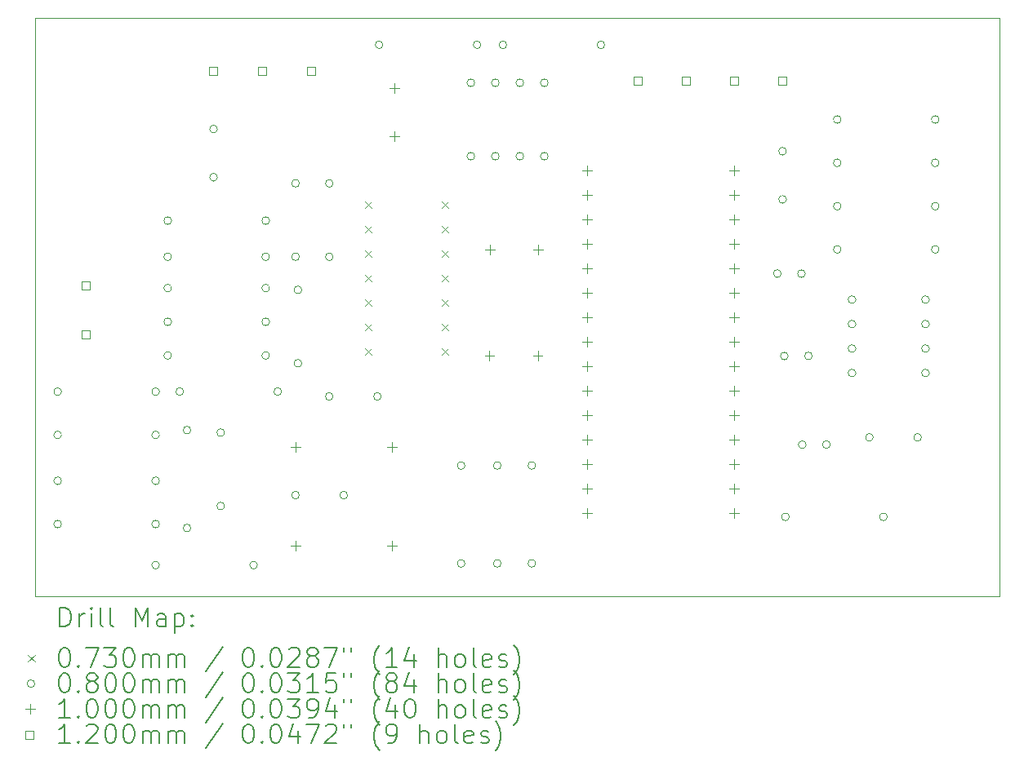
<source format=gbr>
%TF.GenerationSoftware,KiCad,Pcbnew,9.0.2*%
%TF.CreationDate,2025-05-16T19:45:09+03:00*%
%TF.ProjectId,spro2,7370726f-322e-46b6-9963-61645f706362,rev?*%
%TF.SameCoordinates,Original*%
%TF.FileFunction,Drillmap*%
%TF.FilePolarity,Positive*%
%FSLAX45Y45*%
G04 Gerber Fmt 4.5, Leading zero omitted, Abs format (unit mm)*
G04 Created by KiCad (PCBNEW 9.0.2) date 2025-05-16 19:45:09*
%MOMM*%
%LPD*%
G01*
G04 APERTURE LIST*
%ADD10C,0.050000*%
%ADD11C,0.200000*%
%ADD12C,0.100000*%
%ADD13C,0.120000*%
G04 APERTURE END LIST*
D10*
X7500000Y-7925000D02*
X17500000Y-7925000D01*
X17500000Y-13925000D01*
X7500000Y-13925000D01*
X7500000Y-7925000D01*
D11*
D12*
X10919500Y-9822500D02*
X10992500Y-9895500D01*
X10992500Y-9822500D02*
X10919500Y-9895500D01*
X10919500Y-10076500D02*
X10992500Y-10149500D01*
X10992500Y-10076500D02*
X10919500Y-10149500D01*
X10919500Y-10330500D02*
X10992500Y-10403500D01*
X10992500Y-10330500D02*
X10919500Y-10403500D01*
X10919500Y-10584500D02*
X10992500Y-10657500D01*
X10992500Y-10584500D02*
X10919500Y-10657500D01*
X10919500Y-10838500D02*
X10992500Y-10911500D01*
X10992500Y-10838500D02*
X10919500Y-10911500D01*
X10919500Y-11092500D02*
X10992500Y-11165500D01*
X10992500Y-11092500D02*
X10919500Y-11165500D01*
X10919500Y-11346500D02*
X10992500Y-11419500D01*
X10992500Y-11346500D02*
X10919500Y-11419500D01*
X11713500Y-9822500D02*
X11786500Y-9895500D01*
X11786500Y-9822500D02*
X11713500Y-9895500D01*
X11713500Y-10076500D02*
X11786500Y-10149500D01*
X11786500Y-10076500D02*
X11713500Y-10149500D01*
X11713500Y-10330500D02*
X11786500Y-10403500D01*
X11786500Y-10330500D02*
X11713500Y-10403500D01*
X11713500Y-10584500D02*
X11786500Y-10657500D01*
X11786500Y-10584500D02*
X11713500Y-10657500D01*
X11713500Y-10838500D02*
X11786500Y-10911500D01*
X11786500Y-10838500D02*
X11713500Y-10911500D01*
X11713500Y-11092500D02*
X11786500Y-11165500D01*
X11786500Y-11092500D02*
X11713500Y-11165500D01*
X11713500Y-11346500D02*
X11786500Y-11419500D01*
X11786500Y-11346500D02*
X11713500Y-11419500D01*
X7774000Y-11800000D02*
G75*
G02*
X7694000Y-11800000I-40000J0D01*
G01*
X7694000Y-11800000D02*
G75*
G02*
X7774000Y-11800000I40000J0D01*
G01*
X7774000Y-12250000D02*
G75*
G02*
X7694000Y-12250000I-40000J0D01*
G01*
X7694000Y-12250000D02*
G75*
G02*
X7774000Y-12250000I40000J0D01*
G01*
X7774000Y-12725000D02*
G75*
G02*
X7694000Y-12725000I-40000J0D01*
G01*
X7694000Y-12725000D02*
G75*
G02*
X7774000Y-12725000I40000J0D01*
G01*
X7774000Y-13175000D02*
G75*
G02*
X7694000Y-13175000I-40000J0D01*
G01*
X7694000Y-13175000D02*
G75*
G02*
X7774000Y-13175000I40000J0D01*
G01*
X8790000Y-11800000D02*
G75*
G02*
X8710000Y-11800000I-40000J0D01*
G01*
X8710000Y-11800000D02*
G75*
G02*
X8790000Y-11800000I40000J0D01*
G01*
X8790000Y-12250000D02*
G75*
G02*
X8710000Y-12250000I-40000J0D01*
G01*
X8710000Y-12250000D02*
G75*
G02*
X8790000Y-12250000I40000J0D01*
G01*
X8790000Y-12725000D02*
G75*
G02*
X8710000Y-12725000I-40000J0D01*
G01*
X8710000Y-12725000D02*
G75*
G02*
X8790000Y-12725000I40000J0D01*
G01*
X8790000Y-13175000D02*
G75*
G02*
X8710000Y-13175000I-40000J0D01*
G01*
X8710000Y-13175000D02*
G75*
G02*
X8790000Y-13175000I40000J0D01*
G01*
X8790000Y-13600000D02*
G75*
G02*
X8710000Y-13600000I-40000J0D01*
G01*
X8710000Y-13600000D02*
G75*
G02*
X8790000Y-13600000I40000J0D01*
G01*
X8915000Y-10025000D02*
G75*
G02*
X8835000Y-10025000I-40000J0D01*
G01*
X8835000Y-10025000D02*
G75*
G02*
X8915000Y-10025000I40000J0D01*
G01*
X8915000Y-10400000D02*
G75*
G02*
X8835000Y-10400000I-40000J0D01*
G01*
X8835000Y-10400000D02*
G75*
G02*
X8915000Y-10400000I40000J0D01*
G01*
X8915000Y-10725000D02*
G75*
G02*
X8835000Y-10725000I-40000J0D01*
G01*
X8835000Y-10725000D02*
G75*
G02*
X8915000Y-10725000I40000J0D01*
G01*
X8915000Y-11075000D02*
G75*
G02*
X8835000Y-11075000I-40000J0D01*
G01*
X8835000Y-11075000D02*
G75*
G02*
X8915000Y-11075000I40000J0D01*
G01*
X8915000Y-11425000D02*
G75*
G02*
X8835000Y-11425000I-40000J0D01*
G01*
X8835000Y-11425000D02*
G75*
G02*
X8915000Y-11425000I40000J0D01*
G01*
X9040000Y-11800000D02*
G75*
G02*
X8960000Y-11800000I-40000J0D01*
G01*
X8960000Y-11800000D02*
G75*
G02*
X9040000Y-11800000I40000J0D01*
G01*
X9115000Y-12200000D02*
G75*
G02*
X9035000Y-12200000I-40000J0D01*
G01*
X9035000Y-12200000D02*
G75*
G02*
X9115000Y-12200000I40000J0D01*
G01*
X9115000Y-13216000D02*
G75*
G02*
X9035000Y-13216000I-40000J0D01*
G01*
X9035000Y-13216000D02*
G75*
G02*
X9115000Y-13216000I40000J0D01*
G01*
X9390000Y-9075000D02*
G75*
G02*
X9310000Y-9075000I-40000J0D01*
G01*
X9310000Y-9075000D02*
G75*
G02*
X9390000Y-9075000I40000J0D01*
G01*
X9390000Y-9575000D02*
G75*
G02*
X9310000Y-9575000I-40000J0D01*
G01*
X9310000Y-9575000D02*
G75*
G02*
X9390000Y-9575000I40000J0D01*
G01*
X9465000Y-12225000D02*
G75*
G02*
X9385000Y-12225000I-40000J0D01*
G01*
X9385000Y-12225000D02*
G75*
G02*
X9465000Y-12225000I40000J0D01*
G01*
X9465000Y-12987000D02*
G75*
G02*
X9385000Y-12987000I-40000J0D01*
G01*
X9385000Y-12987000D02*
G75*
G02*
X9465000Y-12987000I40000J0D01*
G01*
X9806000Y-13600000D02*
G75*
G02*
X9726000Y-13600000I-40000J0D01*
G01*
X9726000Y-13600000D02*
G75*
G02*
X9806000Y-13600000I40000J0D01*
G01*
X9931000Y-10025000D02*
G75*
G02*
X9851000Y-10025000I-40000J0D01*
G01*
X9851000Y-10025000D02*
G75*
G02*
X9931000Y-10025000I40000J0D01*
G01*
X9931000Y-10400000D02*
G75*
G02*
X9851000Y-10400000I-40000J0D01*
G01*
X9851000Y-10400000D02*
G75*
G02*
X9931000Y-10400000I40000J0D01*
G01*
X9931000Y-10725000D02*
G75*
G02*
X9851000Y-10725000I-40000J0D01*
G01*
X9851000Y-10725000D02*
G75*
G02*
X9931000Y-10725000I40000J0D01*
G01*
X9931000Y-11075000D02*
G75*
G02*
X9851000Y-11075000I-40000J0D01*
G01*
X9851000Y-11075000D02*
G75*
G02*
X9931000Y-11075000I40000J0D01*
G01*
X9931000Y-11425000D02*
G75*
G02*
X9851000Y-11425000I-40000J0D01*
G01*
X9851000Y-11425000D02*
G75*
G02*
X9931000Y-11425000I40000J0D01*
G01*
X10056000Y-11800000D02*
G75*
G02*
X9976000Y-11800000I-40000J0D01*
G01*
X9976000Y-11800000D02*
G75*
G02*
X10056000Y-11800000I40000J0D01*
G01*
X10240000Y-9638000D02*
G75*
G02*
X10160000Y-9638000I-40000J0D01*
G01*
X10160000Y-9638000D02*
G75*
G02*
X10240000Y-9638000I40000J0D01*
G01*
X10240000Y-10400000D02*
G75*
G02*
X10160000Y-10400000I-40000J0D01*
G01*
X10160000Y-10400000D02*
G75*
G02*
X10240000Y-10400000I40000J0D01*
G01*
X10240000Y-12875000D02*
G75*
G02*
X10160000Y-12875000I-40000J0D01*
G01*
X10160000Y-12875000D02*
G75*
G02*
X10240000Y-12875000I40000J0D01*
G01*
X10265000Y-10744000D02*
G75*
G02*
X10185000Y-10744000I-40000J0D01*
G01*
X10185000Y-10744000D02*
G75*
G02*
X10265000Y-10744000I40000J0D01*
G01*
X10265000Y-11506000D02*
G75*
G02*
X10185000Y-11506000I-40000J0D01*
G01*
X10185000Y-11506000D02*
G75*
G02*
X10265000Y-11506000I40000J0D01*
G01*
X10590000Y-9638000D02*
G75*
G02*
X10510000Y-9638000I-40000J0D01*
G01*
X10510000Y-9638000D02*
G75*
G02*
X10590000Y-9638000I40000J0D01*
G01*
X10590000Y-10400000D02*
G75*
G02*
X10510000Y-10400000I-40000J0D01*
G01*
X10510000Y-10400000D02*
G75*
G02*
X10590000Y-10400000I40000J0D01*
G01*
X10590000Y-11850000D02*
G75*
G02*
X10510000Y-11850000I-40000J0D01*
G01*
X10510000Y-11850000D02*
G75*
G02*
X10590000Y-11850000I40000J0D01*
G01*
X10740000Y-12875000D02*
G75*
G02*
X10660000Y-12875000I-40000J0D01*
G01*
X10660000Y-12875000D02*
G75*
G02*
X10740000Y-12875000I40000J0D01*
G01*
X11090000Y-11850000D02*
G75*
G02*
X11010000Y-11850000I-40000J0D01*
G01*
X11010000Y-11850000D02*
G75*
G02*
X11090000Y-11850000I40000J0D01*
G01*
X11107000Y-8200000D02*
G75*
G02*
X11027000Y-8200000I-40000J0D01*
G01*
X11027000Y-8200000D02*
G75*
G02*
X11107000Y-8200000I40000J0D01*
G01*
X11957000Y-12567000D02*
G75*
G02*
X11877000Y-12567000I-40000J0D01*
G01*
X11877000Y-12567000D02*
G75*
G02*
X11957000Y-12567000I40000J0D01*
G01*
X11957000Y-13583000D02*
G75*
G02*
X11877000Y-13583000I-40000J0D01*
G01*
X11877000Y-13583000D02*
G75*
G02*
X11957000Y-13583000I40000J0D01*
G01*
X12058000Y-8595000D02*
G75*
G02*
X11978000Y-8595000I-40000J0D01*
G01*
X11978000Y-8595000D02*
G75*
G02*
X12058000Y-8595000I40000J0D01*
G01*
X12058000Y-9357000D02*
G75*
G02*
X11978000Y-9357000I-40000J0D01*
G01*
X11978000Y-9357000D02*
G75*
G02*
X12058000Y-9357000I40000J0D01*
G01*
X12123000Y-8200000D02*
G75*
G02*
X12043000Y-8200000I-40000J0D01*
G01*
X12043000Y-8200000D02*
G75*
G02*
X12123000Y-8200000I40000J0D01*
G01*
X12312000Y-8595000D02*
G75*
G02*
X12232000Y-8595000I-40000J0D01*
G01*
X12232000Y-8595000D02*
G75*
G02*
X12312000Y-8595000I40000J0D01*
G01*
X12312000Y-9357000D02*
G75*
G02*
X12232000Y-9357000I-40000J0D01*
G01*
X12232000Y-9357000D02*
G75*
G02*
X12312000Y-9357000I40000J0D01*
G01*
X12332000Y-12567000D02*
G75*
G02*
X12252000Y-12567000I-40000J0D01*
G01*
X12252000Y-12567000D02*
G75*
G02*
X12332000Y-12567000I40000J0D01*
G01*
X12332000Y-13583000D02*
G75*
G02*
X12252000Y-13583000I-40000J0D01*
G01*
X12252000Y-13583000D02*
G75*
G02*
X12332000Y-13583000I40000J0D01*
G01*
X12390000Y-8200000D02*
G75*
G02*
X12310000Y-8200000I-40000J0D01*
G01*
X12310000Y-8200000D02*
G75*
G02*
X12390000Y-8200000I40000J0D01*
G01*
X12566000Y-8595000D02*
G75*
G02*
X12486000Y-8595000I-40000J0D01*
G01*
X12486000Y-8595000D02*
G75*
G02*
X12566000Y-8595000I40000J0D01*
G01*
X12566000Y-9357000D02*
G75*
G02*
X12486000Y-9357000I-40000J0D01*
G01*
X12486000Y-9357000D02*
G75*
G02*
X12566000Y-9357000I40000J0D01*
G01*
X12690000Y-12567000D02*
G75*
G02*
X12610000Y-12567000I-40000J0D01*
G01*
X12610000Y-12567000D02*
G75*
G02*
X12690000Y-12567000I40000J0D01*
G01*
X12690000Y-13583000D02*
G75*
G02*
X12610000Y-13583000I-40000J0D01*
G01*
X12610000Y-13583000D02*
G75*
G02*
X12690000Y-13583000I40000J0D01*
G01*
X12820000Y-8595000D02*
G75*
G02*
X12740000Y-8595000I-40000J0D01*
G01*
X12740000Y-8595000D02*
G75*
G02*
X12820000Y-8595000I40000J0D01*
G01*
X12820000Y-9357000D02*
G75*
G02*
X12740000Y-9357000I-40000J0D01*
G01*
X12740000Y-9357000D02*
G75*
G02*
X12820000Y-9357000I40000J0D01*
G01*
X13406000Y-8200000D02*
G75*
G02*
X13326000Y-8200000I-40000J0D01*
G01*
X13326000Y-8200000D02*
G75*
G02*
X13406000Y-8200000I40000J0D01*
G01*
X15235511Y-10575000D02*
G75*
G02*
X15155511Y-10575000I-40000J0D01*
G01*
X15155511Y-10575000D02*
G75*
G02*
X15235511Y-10575000I40000J0D01*
G01*
X15290000Y-9304489D02*
G75*
G02*
X15210000Y-9304489I-40000J0D01*
G01*
X15210000Y-9304489D02*
G75*
G02*
X15290000Y-9304489I40000J0D01*
G01*
X15290000Y-9804489D02*
G75*
G02*
X15210000Y-9804489I-40000J0D01*
G01*
X15210000Y-9804489D02*
G75*
G02*
X15290000Y-9804489I40000J0D01*
G01*
X15308238Y-11430000D02*
G75*
G02*
X15228238Y-11430000I-40000J0D01*
G01*
X15228238Y-11430000D02*
G75*
G02*
X15308238Y-11430000I40000J0D01*
G01*
X15319511Y-13100000D02*
G75*
G02*
X15239511Y-13100000I-40000J0D01*
G01*
X15239511Y-13100000D02*
G75*
G02*
X15319511Y-13100000I40000J0D01*
G01*
X15485511Y-10575000D02*
G75*
G02*
X15405511Y-10575000I-40000J0D01*
G01*
X15405511Y-10575000D02*
G75*
G02*
X15485511Y-10575000I40000J0D01*
G01*
X15494489Y-12350000D02*
G75*
G02*
X15414489Y-12350000I-40000J0D01*
G01*
X15414489Y-12350000D02*
G75*
G02*
X15494489Y-12350000I40000J0D01*
G01*
X15558238Y-11430000D02*
G75*
G02*
X15478238Y-11430000I-40000J0D01*
G01*
X15478238Y-11430000D02*
G75*
G02*
X15558238Y-11430000I40000J0D01*
G01*
X15744489Y-12350000D02*
G75*
G02*
X15664489Y-12350000I-40000J0D01*
G01*
X15664489Y-12350000D02*
G75*
G02*
X15744489Y-12350000I40000J0D01*
G01*
X15857000Y-8975000D02*
G75*
G02*
X15777000Y-8975000I-40000J0D01*
G01*
X15777000Y-8975000D02*
G75*
G02*
X15857000Y-8975000I40000J0D01*
G01*
X15857000Y-9425000D02*
G75*
G02*
X15777000Y-9425000I-40000J0D01*
G01*
X15777000Y-9425000D02*
G75*
G02*
X15857000Y-9425000I40000J0D01*
G01*
X15857000Y-9875000D02*
G75*
G02*
X15777000Y-9875000I-40000J0D01*
G01*
X15777000Y-9875000D02*
G75*
G02*
X15857000Y-9875000I40000J0D01*
G01*
X15857000Y-10325000D02*
G75*
G02*
X15777000Y-10325000I-40000J0D01*
G01*
X15777000Y-10325000D02*
G75*
G02*
X15857000Y-10325000I40000J0D01*
G01*
X16010000Y-10845000D02*
G75*
G02*
X15930000Y-10845000I-40000J0D01*
G01*
X15930000Y-10845000D02*
G75*
G02*
X16010000Y-10845000I40000J0D01*
G01*
X16010000Y-11099000D02*
G75*
G02*
X15930000Y-11099000I-40000J0D01*
G01*
X15930000Y-11099000D02*
G75*
G02*
X16010000Y-11099000I40000J0D01*
G01*
X16010000Y-11353000D02*
G75*
G02*
X15930000Y-11353000I-40000J0D01*
G01*
X15930000Y-11353000D02*
G75*
G02*
X16010000Y-11353000I40000J0D01*
G01*
X16010000Y-11607000D02*
G75*
G02*
X15930000Y-11607000I-40000J0D01*
G01*
X15930000Y-11607000D02*
G75*
G02*
X16010000Y-11607000I40000J0D01*
G01*
X16190000Y-12275000D02*
G75*
G02*
X16110000Y-12275000I-40000J0D01*
G01*
X16110000Y-12275000D02*
G75*
G02*
X16190000Y-12275000I40000J0D01*
G01*
X16335511Y-13100000D02*
G75*
G02*
X16255511Y-13100000I-40000J0D01*
G01*
X16255511Y-13100000D02*
G75*
G02*
X16335511Y-13100000I40000J0D01*
G01*
X16690000Y-12275000D02*
G75*
G02*
X16610000Y-12275000I-40000J0D01*
G01*
X16610000Y-12275000D02*
G75*
G02*
X16690000Y-12275000I40000J0D01*
G01*
X16772000Y-10845000D02*
G75*
G02*
X16692000Y-10845000I-40000J0D01*
G01*
X16692000Y-10845000D02*
G75*
G02*
X16772000Y-10845000I40000J0D01*
G01*
X16772000Y-11099000D02*
G75*
G02*
X16692000Y-11099000I-40000J0D01*
G01*
X16692000Y-11099000D02*
G75*
G02*
X16772000Y-11099000I40000J0D01*
G01*
X16772000Y-11353000D02*
G75*
G02*
X16692000Y-11353000I-40000J0D01*
G01*
X16692000Y-11353000D02*
G75*
G02*
X16772000Y-11353000I40000J0D01*
G01*
X16772000Y-11607000D02*
G75*
G02*
X16692000Y-11607000I-40000J0D01*
G01*
X16692000Y-11607000D02*
G75*
G02*
X16772000Y-11607000I40000J0D01*
G01*
X16873000Y-8975000D02*
G75*
G02*
X16793000Y-8975000I-40000J0D01*
G01*
X16793000Y-8975000D02*
G75*
G02*
X16873000Y-8975000I40000J0D01*
G01*
X16873000Y-9425000D02*
G75*
G02*
X16793000Y-9425000I-40000J0D01*
G01*
X16793000Y-9425000D02*
G75*
G02*
X16873000Y-9425000I40000J0D01*
G01*
X16873000Y-9875000D02*
G75*
G02*
X16793000Y-9875000I-40000J0D01*
G01*
X16793000Y-9875000D02*
G75*
G02*
X16873000Y-9875000I40000J0D01*
G01*
X16873000Y-10325000D02*
G75*
G02*
X16793000Y-10325000I-40000J0D01*
G01*
X16793000Y-10325000D02*
G75*
G02*
X16873000Y-10325000I40000J0D01*
G01*
X10200000Y-12325000D02*
X10200000Y-12425000D01*
X10150000Y-12375000D02*
X10250000Y-12375000D01*
X10200000Y-13350000D02*
X10200000Y-13450000D01*
X10150000Y-13400000D02*
X10250000Y-13400000D01*
X11200000Y-12325000D02*
X11200000Y-12425000D01*
X11150000Y-12375000D02*
X11250000Y-12375000D01*
X11200000Y-13350000D02*
X11200000Y-13450000D01*
X11150000Y-13400000D02*
X11250000Y-13400000D01*
X11225000Y-8600000D02*
X11225000Y-8700000D01*
X11175000Y-8650000D02*
X11275000Y-8650000D01*
X11225000Y-9100000D02*
X11225000Y-9200000D01*
X11175000Y-9150000D02*
X11275000Y-9150000D01*
X12211768Y-11375000D02*
X12211768Y-11475000D01*
X12161768Y-11425000D02*
X12261768Y-11425000D01*
X12216768Y-10275000D02*
X12216768Y-10375000D01*
X12166768Y-10325000D02*
X12266768Y-10325000D01*
X12711768Y-11375000D02*
X12711768Y-11475000D01*
X12661768Y-11425000D02*
X12761768Y-11425000D01*
X12716768Y-10275000D02*
X12716768Y-10375000D01*
X12666768Y-10325000D02*
X12766768Y-10325000D01*
X13225000Y-9455000D02*
X13225000Y-9555000D01*
X13175000Y-9505000D02*
X13275000Y-9505000D01*
X13225000Y-9709000D02*
X13225000Y-9809000D01*
X13175000Y-9759000D02*
X13275000Y-9759000D01*
X13225000Y-9963000D02*
X13225000Y-10063000D01*
X13175000Y-10013000D02*
X13275000Y-10013000D01*
X13225000Y-10217000D02*
X13225000Y-10317000D01*
X13175000Y-10267000D02*
X13275000Y-10267000D01*
X13225000Y-10471000D02*
X13225000Y-10571000D01*
X13175000Y-10521000D02*
X13275000Y-10521000D01*
X13225000Y-10725000D02*
X13225000Y-10825000D01*
X13175000Y-10775000D02*
X13275000Y-10775000D01*
X13225000Y-10979000D02*
X13225000Y-11079000D01*
X13175000Y-11029000D02*
X13275000Y-11029000D01*
X13225000Y-11233000D02*
X13225000Y-11333000D01*
X13175000Y-11283000D02*
X13275000Y-11283000D01*
X13225000Y-11487000D02*
X13225000Y-11587000D01*
X13175000Y-11537000D02*
X13275000Y-11537000D01*
X13225000Y-11741000D02*
X13225000Y-11841000D01*
X13175000Y-11791000D02*
X13275000Y-11791000D01*
X13225000Y-11995000D02*
X13225000Y-12095000D01*
X13175000Y-12045000D02*
X13275000Y-12045000D01*
X13225000Y-12249000D02*
X13225000Y-12349000D01*
X13175000Y-12299000D02*
X13275000Y-12299000D01*
X13225000Y-12503000D02*
X13225000Y-12603000D01*
X13175000Y-12553000D02*
X13275000Y-12553000D01*
X13225000Y-12757000D02*
X13225000Y-12857000D01*
X13175000Y-12807000D02*
X13275000Y-12807000D01*
X13225000Y-13011000D02*
X13225000Y-13111000D01*
X13175000Y-13061000D02*
X13275000Y-13061000D01*
X14749000Y-9455000D02*
X14749000Y-9555000D01*
X14699000Y-9505000D02*
X14799000Y-9505000D01*
X14749000Y-9709000D02*
X14749000Y-9809000D01*
X14699000Y-9759000D02*
X14799000Y-9759000D01*
X14749000Y-9963000D02*
X14749000Y-10063000D01*
X14699000Y-10013000D02*
X14799000Y-10013000D01*
X14749000Y-10217000D02*
X14749000Y-10317000D01*
X14699000Y-10267000D02*
X14799000Y-10267000D01*
X14749000Y-10471000D02*
X14749000Y-10571000D01*
X14699000Y-10521000D02*
X14799000Y-10521000D01*
X14749000Y-10725000D02*
X14749000Y-10825000D01*
X14699000Y-10775000D02*
X14799000Y-10775000D01*
X14749000Y-10979000D02*
X14749000Y-11079000D01*
X14699000Y-11029000D02*
X14799000Y-11029000D01*
X14749000Y-11233000D02*
X14749000Y-11333000D01*
X14699000Y-11283000D02*
X14799000Y-11283000D01*
X14749000Y-11487000D02*
X14749000Y-11587000D01*
X14699000Y-11537000D02*
X14799000Y-11537000D01*
X14749000Y-11741000D02*
X14749000Y-11841000D01*
X14699000Y-11791000D02*
X14799000Y-11791000D01*
X14749000Y-11995000D02*
X14749000Y-12095000D01*
X14699000Y-12045000D02*
X14799000Y-12045000D01*
X14749000Y-12249000D02*
X14749000Y-12349000D01*
X14699000Y-12299000D02*
X14799000Y-12299000D01*
X14749000Y-12503000D02*
X14749000Y-12603000D01*
X14699000Y-12553000D02*
X14799000Y-12553000D01*
X14749000Y-12757000D02*
X14749000Y-12857000D01*
X14699000Y-12807000D02*
X14799000Y-12807000D01*
X14749000Y-13011000D02*
X14749000Y-13111000D01*
X14699000Y-13061000D02*
X14799000Y-13061000D01*
D13*
X8067427Y-10738427D02*
X8067427Y-10653573D01*
X7982573Y-10653573D01*
X7982573Y-10738427D01*
X8067427Y-10738427D01*
X8067427Y-11246427D02*
X8067427Y-11161573D01*
X7982573Y-11161573D01*
X7982573Y-11246427D01*
X8067427Y-11246427D01*
X9392427Y-8517427D02*
X9392427Y-8432573D01*
X9307573Y-8432573D01*
X9307573Y-8517427D01*
X9392427Y-8517427D01*
X9900427Y-8517427D02*
X9900427Y-8432573D01*
X9815573Y-8432573D01*
X9815573Y-8517427D01*
X9900427Y-8517427D01*
X10408427Y-8517427D02*
X10408427Y-8432573D01*
X10323573Y-8432573D01*
X10323573Y-8517427D01*
X10408427Y-8517427D01*
X13792427Y-8617427D02*
X13792427Y-8532573D01*
X13707573Y-8532573D01*
X13707573Y-8617427D01*
X13792427Y-8617427D01*
X14292427Y-8617427D02*
X14292427Y-8532573D01*
X14207573Y-8532573D01*
X14207573Y-8617427D01*
X14292427Y-8617427D01*
X14792427Y-8617427D02*
X14792427Y-8532573D01*
X14707573Y-8532573D01*
X14707573Y-8617427D01*
X14792427Y-8617427D01*
X15292427Y-8617427D02*
X15292427Y-8532573D01*
X15207573Y-8532573D01*
X15207573Y-8617427D01*
X15292427Y-8617427D01*
D11*
X7758277Y-14238984D02*
X7758277Y-14038984D01*
X7758277Y-14038984D02*
X7805896Y-14038984D01*
X7805896Y-14038984D02*
X7834467Y-14048508D01*
X7834467Y-14048508D02*
X7853515Y-14067555D01*
X7853515Y-14067555D02*
X7863039Y-14086603D01*
X7863039Y-14086603D02*
X7872562Y-14124698D01*
X7872562Y-14124698D02*
X7872562Y-14153269D01*
X7872562Y-14153269D02*
X7863039Y-14191365D01*
X7863039Y-14191365D02*
X7853515Y-14210412D01*
X7853515Y-14210412D02*
X7834467Y-14229460D01*
X7834467Y-14229460D02*
X7805896Y-14238984D01*
X7805896Y-14238984D02*
X7758277Y-14238984D01*
X7958277Y-14238984D02*
X7958277Y-14105650D01*
X7958277Y-14143746D02*
X7967801Y-14124698D01*
X7967801Y-14124698D02*
X7977324Y-14115174D01*
X7977324Y-14115174D02*
X7996372Y-14105650D01*
X7996372Y-14105650D02*
X8015420Y-14105650D01*
X8082086Y-14238984D02*
X8082086Y-14105650D01*
X8082086Y-14038984D02*
X8072562Y-14048508D01*
X8072562Y-14048508D02*
X8082086Y-14058031D01*
X8082086Y-14058031D02*
X8091610Y-14048508D01*
X8091610Y-14048508D02*
X8082086Y-14038984D01*
X8082086Y-14038984D02*
X8082086Y-14058031D01*
X8205896Y-14238984D02*
X8186848Y-14229460D01*
X8186848Y-14229460D02*
X8177324Y-14210412D01*
X8177324Y-14210412D02*
X8177324Y-14038984D01*
X8310658Y-14238984D02*
X8291610Y-14229460D01*
X8291610Y-14229460D02*
X8282086Y-14210412D01*
X8282086Y-14210412D02*
X8282086Y-14038984D01*
X8539229Y-14238984D02*
X8539229Y-14038984D01*
X8539229Y-14038984D02*
X8605896Y-14181841D01*
X8605896Y-14181841D02*
X8672563Y-14038984D01*
X8672563Y-14038984D02*
X8672563Y-14238984D01*
X8853515Y-14238984D02*
X8853515Y-14134222D01*
X8853515Y-14134222D02*
X8843991Y-14115174D01*
X8843991Y-14115174D02*
X8824944Y-14105650D01*
X8824944Y-14105650D02*
X8786848Y-14105650D01*
X8786848Y-14105650D02*
X8767801Y-14115174D01*
X8853515Y-14229460D02*
X8834467Y-14238984D01*
X8834467Y-14238984D02*
X8786848Y-14238984D01*
X8786848Y-14238984D02*
X8767801Y-14229460D01*
X8767801Y-14229460D02*
X8758277Y-14210412D01*
X8758277Y-14210412D02*
X8758277Y-14191365D01*
X8758277Y-14191365D02*
X8767801Y-14172317D01*
X8767801Y-14172317D02*
X8786848Y-14162793D01*
X8786848Y-14162793D02*
X8834467Y-14162793D01*
X8834467Y-14162793D02*
X8853515Y-14153269D01*
X8948753Y-14105650D02*
X8948753Y-14305650D01*
X8948753Y-14115174D02*
X8967801Y-14105650D01*
X8967801Y-14105650D02*
X9005896Y-14105650D01*
X9005896Y-14105650D02*
X9024944Y-14115174D01*
X9024944Y-14115174D02*
X9034467Y-14124698D01*
X9034467Y-14124698D02*
X9043991Y-14143746D01*
X9043991Y-14143746D02*
X9043991Y-14200888D01*
X9043991Y-14200888D02*
X9034467Y-14219936D01*
X9034467Y-14219936D02*
X9024944Y-14229460D01*
X9024944Y-14229460D02*
X9005896Y-14238984D01*
X9005896Y-14238984D02*
X8967801Y-14238984D01*
X8967801Y-14238984D02*
X8948753Y-14229460D01*
X9129705Y-14219936D02*
X9139229Y-14229460D01*
X9139229Y-14229460D02*
X9129705Y-14238984D01*
X9129705Y-14238984D02*
X9120182Y-14229460D01*
X9120182Y-14229460D02*
X9129705Y-14219936D01*
X9129705Y-14219936D02*
X9129705Y-14238984D01*
X9129705Y-14115174D02*
X9139229Y-14124698D01*
X9139229Y-14124698D02*
X9129705Y-14134222D01*
X9129705Y-14134222D02*
X9120182Y-14124698D01*
X9120182Y-14124698D02*
X9129705Y-14115174D01*
X9129705Y-14115174D02*
X9129705Y-14134222D01*
D12*
X7424500Y-14531000D02*
X7497500Y-14604000D01*
X7497500Y-14531000D02*
X7424500Y-14604000D01*
D11*
X7796372Y-14458984D02*
X7815420Y-14458984D01*
X7815420Y-14458984D02*
X7834467Y-14468508D01*
X7834467Y-14468508D02*
X7843991Y-14478031D01*
X7843991Y-14478031D02*
X7853515Y-14497079D01*
X7853515Y-14497079D02*
X7863039Y-14535174D01*
X7863039Y-14535174D02*
X7863039Y-14582793D01*
X7863039Y-14582793D02*
X7853515Y-14620888D01*
X7853515Y-14620888D02*
X7843991Y-14639936D01*
X7843991Y-14639936D02*
X7834467Y-14649460D01*
X7834467Y-14649460D02*
X7815420Y-14658984D01*
X7815420Y-14658984D02*
X7796372Y-14658984D01*
X7796372Y-14658984D02*
X7777324Y-14649460D01*
X7777324Y-14649460D02*
X7767801Y-14639936D01*
X7767801Y-14639936D02*
X7758277Y-14620888D01*
X7758277Y-14620888D02*
X7748753Y-14582793D01*
X7748753Y-14582793D02*
X7748753Y-14535174D01*
X7748753Y-14535174D02*
X7758277Y-14497079D01*
X7758277Y-14497079D02*
X7767801Y-14478031D01*
X7767801Y-14478031D02*
X7777324Y-14468508D01*
X7777324Y-14468508D02*
X7796372Y-14458984D01*
X7948753Y-14639936D02*
X7958277Y-14649460D01*
X7958277Y-14649460D02*
X7948753Y-14658984D01*
X7948753Y-14658984D02*
X7939229Y-14649460D01*
X7939229Y-14649460D02*
X7948753Y-14639936D01*
X7948753Y-14639936D02*
X7948753Y-14658984D01*
X8024943Y-14458984D02*
X8158277Y-14458984D01*
X8158277Y-14458984D02*
X8072562Y-14658984D01*
X8215420Y-14458984D02*
X8339229Y-14458984D01*
X8339229Y-14458984D02*
X8272562Y-14535174D01*
X8272562Y-14535174D02*
X8301134Y-14535174D01*
X8301134Y-14535174D02*
X8320182Y-14544698D01*
X8320182Y-14544698D02*
X8329705Y-14554222D01*
X8329705Y-14554222D02*
X8339229Y-14573269D01*
X8339229Y-14573269D02*
X8339229Y-14620888D01*
X8339229Y-14620888D02*
X8329705Y-14639936D01*
X8329705Y-14639936D02*
X8320182Y-14649460D01*
X8320182Y-14649460D02*
X8301134Y-14658984D01*
X8301134Y-14658984D02*
X8243991Y-14658984D01*
X8243991Y-14658984D02*
X8224943Y-14649460D01*
X8224943Y-14649460D02*
X8215420Y-14639936D01*
X8463039Y-14458984D02*
X8482086Y-14458984D01*
X8482086Y-14458984D02*
X8501134Y-14468508D01*
X8501134Y-14468508D02*
X8510658Y-14478031D01*
X8510658Y-14478031D02*
X8520182Y-14497079D01*
X8520182Y-14497079D02*
X8529705Y-14535174D01*
X8529705Y-14535174D02*
X8529705Y-14582793D01*
X8529705Y-14582793D02*
X8520182Y-14620888D01*
X8520182Y-14620888D02*
X8510658Y-14639936D01*
X8510658Y-14639936D02*
X8501134Y-14649460D01*
X8501134Y-14649460D02*
X8482086Y-14658984D01*
X8482086Y-14658984D02*
X8463039Y-14658984D01*
X8463039Y-14658984D02*
X8443991Y-14649460D01*
X8443991Y-14649460D02*
X8434467Y-14639936D01*
X8434467Y-14639936D02*
X8424944Y-14620888D01*
X8424944Y-14620888D02*
X8415420Y-14582793D01*
X8415420Y-14582793D02*
X8415420Y-14535174D01*
X8415420Y-14535174D02*
X8424944Y-14497079D01*
X8424944Y-14497079D02*
X8434467Y-14478031D01*
X8434467Y-14478031D02*
X8443991Y-14468508D01*
X8443991Y-14468508D02*
X8463039Y-14458984D01*
X8615420Y-14658984D02*
X8615420Y-14525650D01*
X8615420Y-14544698D02*
X8624944Y-14535174D01*
X8624944Y-14535174D02*
X8643991Y-14525650D01*
X8643991Y-14525650D02*
X8672563Y-14525650D01*
X8672563Y-14525650D02*
X8691610Y-14535174D01*
X8691610Y-14535174D02*
X8701134Y-14554222D01*
X8701134Y-14554222D02*
X8701134Y-14658984D01*
X8701134Y-14554222D02*
X8710658Y-14535174D01*
X8710658Y-14535174D02*
X8729705Y-14525650D01*
X8729705Y-14525650D02*
X8758277Y-14525650D01*
X8758277Y-14525650D02*
X8777325Y-14535174D01*
X8777325Y-14535174D02*
X8786848Y-14554222D01*
X8786848Y-14554222D02*
X8786848Y-14658984D01*
X8882086Y-14658984D02*
X8882086Y-14525650D01*
X8882086Y-14544698D02*
X8891610Y-14535174D01*
X8891610Y-14535174D02*
X8910658Y-14525650D01*
X8910658Y-14525650D02*
X8939229Y-14525650D01*
X8939229Y-14525650D02*
X8958277Y-14535174D01*
X8958277Y-14535174D02*
X8967801Y-14554222D01*
X8967801Y-14554222D02*
X8967801Y-14658984D01*
X8967801Y-14554222D02*
X8977325Y-14535174D01*
X8977325Y-14535174D02*
X8996372Y-14525650D01*
X8996372Y-14525650D02*
X9024944Y-14525650D01*
X9024944Y-14525650D02*
X9043991Y-14535174D01*
X9043991Y-14535174D02*
X9053515Y-14554222D01*
X9053515Y-14554222D02*
X9053515Y-14658984D01*
X9443991Y-14449460D02*
X9272563Y-14706603D01*
X9701134Y-14458984D02*
X9720182Y-14458984D01*
X9720182Y-14458984D02*
X9739229Y-14468508D01*
X9739229Y-14468508D02*
X9748753Y-14478031D01*
X9748753Y-14478031D02*
X9758277Y-14497079D01*
X9758277Y-14497079D02*
X9767801Y-14535174D01*
X9767801Y-14535174D02*
X9767801Y-14582793D01*
X9767801Y-14582793D02*
X9758277Y-14620888D01*
X9758277Y-14620888D02*
X9748753Y-14639936D01*
X9748753Y-14639936D02*
X9739229Y-14649460D01*
X9739229Y-14649460D02*
X9720182Y-14658984D01*
X9720182Y-14658984D02*
X9701134Y-14658984D01*
X9701134Y-14658984D02*
X9682087Y-14649460D01*
X9682087Y-14649460D02*
X9672563Y-14639936D01*
X9672563Y-14639936D02*
X9663039Y-14620888D01*
X9663039Y-14620888D02*
X9653515Y-14582793D01*
X9653515Y-14582793D02*
X9653515Y-14535174D01*
X9653515Y-14535174D02*
X9663039Y-14497079D01*
X9663039Y-14497079D02*
X9672563Y-14478031D01*
X9672563Y-14478031D02*
X9682087Y-14468508D01*
X9682087Y-14468508D02*
X9701134Y-14458984D01*
X9853515Y-14639936D02*
X9863039Y-14649460D01*
X9863039Y-14649460D02*
X9853515Y-14658984D01*
X9853515Y-14658984D02*
X9843991Y-14649460D01*
X9843991Y-14649460D02*
X9853515Y-14639936D01*
X9853515Y-14639936D02*
X9853515Y-14658984D01*
X9986848Y-14458984D02*
X10005896Y-14458984D01*
X10005896Y-14458984D02*
X10024944Y-14468508D01*
X10024944Y-14468508D02*
X10034468Y-14478031D01*
X10034468Y-14478031D02*
X10043991Y-14497079D01*
X10043991Y-14497079D02*
X10053515Y-14535174D01*
X10053515Y-14535174D02*
X10053515Y-14582793D01*
X10053515Y-14582793D02*
X10043991Y-14620888D01*
X10043991Y-14620888D02*
X10034468Y-14639936D01*
X10034468Y-14639936D02*
X10024944Y-14649460D01*
X10024944Y-14649460D02*
X10005896Y-14658984D01*
X10005896Y-14658984D02*
X9986848Y-14658984D01*
X9986848Y-14658984D02*
X9967801Y-14649460D01*
X9967801Y-14649460D02*
X9958277Y-14639936D01*
X9958277Y-14639936D02*
X9948753Y-14620888D01*
X9948753Y-14620888D02*
X9939229Y-14582793D01*
X9939229Y-14582793D02*
X9939229Y-14535174D01*
X9939229Y-14535174D02*
X9948753Y-14497079D01*
X9948753Y-14497079D02*
X9958277Y-14478031D01*
X9958277Y-14478031D02*
X9967801Y-14468508D01*
X9967801Y-14468508D02*
X9986848Y-14458984D01*
X10129706Y-14478031D02*
X10139229Y-14468508D01*
X10139229Y-14468508D02*
X10158277Y-14458984D01*
X10158277Y-14458984D02*
X10205896Y-14458984D01*
X10205896Y-14458984D02*
X10224944Y-14468508D01*
X10224944Y-14468508D02*
X10234468Y-14478031D01*
X10234468Y-14478031D02*
X10243991Y-14497079D01*
X10243991Y-14497079D02*
X10243991Y-14516127D01*
X10243991Y-14516127D02*
X10234468Y-14544698D01*
X10234468Y-14544698D02*
X10120182Y-14658984D01*
X10120182Y-14658984D02*
X10243991Y-14658984D01*
X10358277Y-14544698D02*
X10339229Y-14535174D01*
X10339229Y-14535174D02*
X10329706Y-14525650D01*
X10329706Y-14525650D02*
X10320182Y-14506603D01*
X10320182Y-14506603D02*
X10320182Y-14497079D01*
X10320182Y-14497079D02*
X10329706Y-14478031D01*
X10329706Y-14478031D02*
X10339229Y-14468508D01*
X10339229Y-14468508D02*
X10358277Y-14458984D01*
X10358277Y-14458984D02*
X10396372Y-14458984D01*
X10396372Y-14458984D02*
X10415420Y-14468508D01*
X10415420Y-14468508D02*
X10424944Y-14478031D01*
X10424944Y-14478031D02*
X10434468Y-14497079D01*
X10434468Y-14497079D02*
X10434468Y-14506603D01*
X10434468Y-14506603D02*
X10424944Y-14525650D01*
X10424944Y-14525650D02*
X10415420Y-14535174D01*
X10415420Y-14535174D02*
X10396372Y-14544698D01*
X10396372Y-14544698D02*
X10358277Y-14544698D01*
X10358277Y-14544698D02*
X10339229Y-14554222D01*
X10339229Y-14554222D02*
X10329706Y-14563746D01*
X10329706Y-14563746D02*
X10320182Y-14582793D01*
X10320182Y-14582793D02*
X10320182Y-14620888D01*
X10320182Y-14620888D02*
X10329706Y-14639936D01*
X10329706Y-14639936D02*
X10339229Y-14649460D01*
X10339229Y-14649460D02*
X10358277Y-14658984D01*
X10358277Y-14658984D02*
X10396372Y-14658984D01*
X10396372Y-14658984D02*
X10415420Y-14649460D01*
X10415420Y-14649460D02*
X10424944Y-14639936D01*
X10424944Y-14639936D02*
X10434468Y-14620888D01*
X10434468Y-14620888D02*
X10434468Y-14582793D01*
X10434468Y-14582793D02*
X10424944Y-14563746D01*
X10424944Y-14563746D02*
X10415420Y-14554222D01*
X10415420Y-14554222D02*
X10396372Y-14544698D01*
X10501134Y-14458984D02*
X10634468Y-14458984D01*
X10634468Y-14458984D02*
X10548753Y-14658984D01*
X10701134Y-14458984D02*
X10701134Y-14497079D01*
X10777325Y-14458984D02*
X10777325Y-14497079D01*
X11072563Y-14735174D02*
X11063039Y-14725650D01*
X11063039Y-14725650D02*
X11043991Y-14697079D01*
X11043991Y-14697079D02*
X11034468Y-14678031D01*
X11034468Y-14678031D02*
X11024944Y-14649460D01*
X11024944Y-14649460D02*
X11015420Y-14601841D01*
X11015420Y-14601841D02*
X11015420Y-14563746D01*
X11015420Y-14563746D02*
X11024944Y-14516127D01*
X11024944Y-14516127D02*
X11034468Y-14487555D01*
X11034468Y-14487555D02*
X11043991Y-14468508D01*
X11043991Y-14468508D02*
X11063039Y-14439936D01*
X11063039Y-14439936D02*
X11072563Y-14430412D01*
X11253515Y-14658984D02*
X11139230Y-14658984D01*
X11196372Y-14658984D02*
X11196372Y-14458984D01*
X11196372Y-14458984D02*
X11177325Y-14487555D01*
X11177325Y-14487555D02*
X11158277Y-14506603D01*
X11158277Y-14506603D02*
X11139230Y-14516127D01*
X11424944Y-14525650D02*
X11424944Y-14658984D01*
X11377325Y-14449460D02*
X11329706Y-14592317D01*
X11329706Y-14592317D02*
X11453515Y-14592317D01*
X11682087Y-14658984D02*
X11682087Y-14458984D01*
X11767801Y-14658984D02*
X11767801Y-14554222D01*
X11767801Y-14554222D02*
X11758277Y-14535174D01*
X11758277Y-14535174D02*
X11739230Y-14525650D01*
X11739230Y-14525650D02*
X11710658Y-14525650D01*
X11710658Y-14525650D02*
X11691610Y-14535174D01*
X11691610Y-14535174D02*
X11682087Y-14544698D01*
X11891610Y-14658984D02*
X11872563Y-14649460D01*
X11872563Y-14649460D02*
X11863039Y-14639936D01*
X11863039Y-14639936D02*
X11853515Y-14620888D01*
X11853515Y-14620888D02*
X11853515Y-14563746D01*
X11853515Y-14563746D02*
X11863039Y-14544698D01*
X11863039Y-14544698D02*
X11872563Y-14535174D01*
X11872563Y-14535174D02*
X11891610Y-14525650D01*
X11891610Y-14525650D02*
X11920182Y-14525650D01*
X11920182Y-14525650D02*
X11939230Y-14535174D01*
X11939230Y-14535174D02*
X11948753Y-14544698D01*
X11948753Y-14544698D02*
X11958277Y-14563746D01*
X11958277Y-14563746D02*
X11958277Y-14620888D01*
X11958277Y-14620888D02*
X11948753Y-14639936D01*
X11948753Y-14639936D02*
X11939230Y-14649460D01*
X11939230Y-14649460D02*
X11920182Y-14658984D01*
X11920182Y-14658984D02*
X11891610Y-14658984D01*
X12072563Y-14658984D02*
X12053515Y-14649460D01*
X12053515Y-14649460D02*
X12043991Y-14630412D01*
X12043991Y-14630412D02*
X12043991Y-14458984D01*
X12224944Y-14649460D02*
X12205896Y-14658984D01*
X12205896Y-14658984D02*
X12167801Y-14658984D01*
X12167801Y-14658984D02*
X12148753Y-14649460D01*
X12148753Y-14649460D02*
X12139230Y-14630412D01*
X12139230Y-14630412D02*
X12139230Y-14554222D01*
X12139230Y-14554222D02*
X12148753Y-14535174D01*
X12148753Y-14535174D02*
X12167801Y-14525650D01*
X12167801Y-14525650D02*
X12205896Y-14525650D01*
X12205896Y-14525650D02*
X12224944Y-14535174D01*
X12224944Y-14535174D02*
X12234468Y-14554222D01*
X12234468Y-14554222D02*
X12234468Y-14573269D01*
X12234468Y-14573269D02*
X12139230Y-14592317D01*
X12310658Y-14649460D02*
X12329706Y-14658984D01*
X12329706Y-14658984D02*
X12367801Y-14658984D01*
X12367801Y-14658984D02*
X12386849Y-14649460D01*
X12386849Y-14649460D02*
X12396372Y-14630412D01*
X12396372Y-14630412D02*
X12396372Y-14620888D01*
X12396372Y-14620888D02*
X12386849Y-14601841D01*
X12386849Y-14601841D02*
X12367801Y-14592317D01*
X12367801Y-14592317D02*
X12339230Y-14592317D01*
X12339230Y-14592317D02*
X12320182Y-14582793D01*
X12320182Y-14582793D02*
X12310658Y-14563746D01*
X12310658Y-14563746D02*
X12310658Y-14554222D01*
X12310658Y-14554222D02*
X12320182Y-14535174D01*
X12320182Y-14535174D02*
X12339230Y-14525650D01*
X12339230Y-14525650D02*
X12367801Y-14525650D01*
X12367801Y-14525650D02*
X12386849Y-14535174D01*
X12463039Y-14735174D02*
X12472563Y-14725650D01*
X12472563Y-14725650D02*
X12491611Y-14697079D01*
X12491611Y-14697079D02*
X12501134Y-14678031D01*
X12501134Y-14678031D02*
X12510658Y-14649460D01*
X12510658Y-14649460D02*
X12520182Y-14601841D01*
X12520182Y-14601841D02*
X12520182Y-14563746D01*
X12520182Y-14563746D02*
X12510658Y-14516127D01*
X12510658Y-14516127D02*
X12501134Y-14487555D01*
X12501134Y-14487555D02*
X12491611Y-14468508D01*
X12491611Y-14468508D02*
X12472563Y-14439936D01*
X12472563Y-14439936D02*
X12463039Y-14430412D01*
D12*
X7497500Y-14831500D02*
G75*
G02*
X7417500Y-14831500I-40000J0D01*
G01*
X7417500Y-14831500D02*
G75*
G02*
X7497500Y-14831500I40000J0D01*
G01*
D11*
X7796372Y-14722984D02*
X7815420Y-14722984D01*
X7815420Y-14722984D02*
X7834467Y-14732508D01*
X7834467Y-14732508D02*
X7843991Y-14742031D01*
X7843991Y-14742031D02*
X7853515Y-14761079D01*
X7853515Y-14761079D02*
X7863039Y-14799174D01*
X7863039Y-14799174D02*
X7863039Y-14846793D01*
X7863039Y-14846793D02*
X7853515Y-14884888D01*
X7853515Y-14884888D02*
X7843991Y-14903936D01*
X7843991Y-14903936D02*
X7834467Y-14913460D01*
X7834467Y-14913460D02*
X7815420Y-14922984D01*
X7815420Y-14922984D02*
X7796372Y-14922984D01*
X7796372Y-14922984D02*
X7777324Y-14913460D01*
X7777324Y-14913460D02*
X7767801Y-14903936D01*
X7767801Y-14903936D02*
X7758277Y-14884888D01*
X7758277Y-14884888D02*
X7748753Y-14846793D01*
X7748753Y-14846793D02*
X7748753Y-14799174D01*
X7748753Y-14799174D02*
X7758277Y-14761079D01*
X7758277Y-14761079D02*
X7767801Y-14742031D01*
X7767801Y-14742031D02*
X7777324Y-14732508D01*
X7777324Y-14732508D02*
X7796372Y-14722984D01*
X7948753Y-14903936D02*
X7958277Y-14913460D01*
X7958277Y-14913460D02*
X7948753Y-14922984D01*
X7948753Y-14922984D02*
X7939229Y-14913460D01*
X7939229Y-14913460D02*
X7948753Y-14903936D01*
X7948753Y-14903936D02*
X7948753Y-14922984D01*
X8072562Y-14808698D02*
X8053515Y-14799174D01*
X8053515Y-14799174D02*
X8043991Y-14789650D01*
X8043991Y-14789650D02*
X8034467Y-14770603D01*
X8034467Y-14770603D02*
X8034467Y-14761079D01*
X8034467Y-14761079D02*
X8043991Y-14742031D01*
X8043991Y-14742031D02*
X8053515Y-14732508D01*
X8053515Y-14732508D02*
X8072562Y-14722984D01*
X8072562Y-14722984D02*
X8110658Y-14722984D01*
X8110658Y-14722984D02*
X8129705Y-14732508D01*
X8129705Y-14732508D02*
X8139229Y-14742031D01*
X8139229Y-14742031D02*
X8148753Y-14761079D01*
X8148753Y-14761079D02*
X8148753Y-14770603D01*
X8148753Y-14770603D02*
X8139229Y-14789650D01*
X8139229Y-14789650D02*
X8129705Y-14799174D01*
X8129705Y-14799174D02*
X8110658Y-14808698D01*
X8110658Y-14808698D02*
X8072562Y-14808698D01*
X8072562Y-14808698D02*
X8053515Y-14818222D01*
X8053515Y-14818222D02*
X8043991Y-14827746D01*
X8043991Y-14827746D02*
X8034467Y-14846793D01*
X8034467Y-14846793D02*
X8034467Y-14884888D01*
X8034467Y-14884888D02*
X8043991Y-14903936D01*
X8043991Y-14903936D02*
X8053515Y-14913460D01*
X8053515Y-14913460D02*
X8072562Y-14922984D01*
X8072562Y-14922984D02*
X8110658Y-14922984D01*
X8110658Y-14922984D02*
X8129705Y-14913460D01*
X8129705Y-14913460D02*
X8139229Y-14903936D01*
X8139229Y-14903936D02*
X8148753Y-14884888D01*
X8148753Y-14884888D02*
X8148753Y-14846793D01*
X8148753Y-14846793D02*
X8139229Y-14827746D01*
X8139229Y-14827746D02*
X8129705Y-14818222D01*
X8129705Y-14818222D02*
X8110658Y-14808698D01*
X8272562Y-14722984D02*
X8291610Y-14722984D01*
X8291610Y-14722984D02*
X8310658Y-14732508D01*
X8310658Y-14732508D02*
X8320182Y-14742031D01*
X8320182Y-14742031D02*
X8329705Y-14761079D01*
X8329705Y-14761079D02*
X8339229Y-14799174D01*
X8339229Y-14799174D02*
X8339229Y-14846793D01*
X8339229Y-14846793D02*
X8329705Y-14884888D01*
X8329705Y-14884888D02*
X8320182Y-14903936D01*
X8320182Y-14903936D02*
X8310658Y-14913460D01*
X8310658Y-14913460D02*
X8291610Y-14922984D01*
X8291610Y-14922984D02*
X8272562Y-14922984D01*
X8272562Y-14922984D02*
X8253515Y-14913460D01*
X8253515Y-14913460D02*
X8243991Y-14903936D01*
X8243991Y-14903936D02*
X8234467Y-14884888D01*
X8234467Y-14884888D02*
X8224943Y-14846793D01*
X8224943Y-14846793D02*
X8224943Y-14799174D01*
X8224943Y-14799174D02*
X8234467Y-14761079D01*
X8234467Y-14761079D02*
X8243991Y-14742031D01*
X8243991Y-14742031D02*
X8253515Y-14732508D01*
X8253515Y-14732508D02*
X8272562Y-14722984D01*
X8463039Y-14722984D02*
X8482086Y-14722984D01*
X8482086Y-14722984D02*
X8501134Y-14732508D01*
X8501134Y-14732508D02*
X8510658Y-14742031D01*
X8510658Y-14742031D02*
X8520182Y-14761079D01*
X8520182Y-14761079D02*
X8529705Y-14799174D01*
X8529705Y-14799174D02*
X8529705Y-14846793D01*
X8529705Y-14846793D02*
X8520182Y-14884888D01*
X8520182Y-14884888D02*
X8510658Y-14903936D01*
X8510658Y-14903936D02*
X8501134Y-14913460D01*
X8501134Y-14913460D02*
X8482086Y-14922984D01*
X8482086Y-14922984D02*
X8463039Y-14922984D01*
X8463039Y-14922984D02*
X8443991Y-14913460D01*
X8443991Y-14913460D02*
X8434467Y-14903936D01*
X8434467Y-14903936D02*
X8424944Y-14884888D01*
X8424944Y-14884888D02*
X8415420Y-14846793D01*
X8415420Y-14846793D02*
X8415420Y-14799174D01*
X8415420Y-14799174D02*
X8424944Y-14761079D01*
X8424944Y-14761079D02*
X8434467Y-14742031D01*
X8434467Y-14742031D02*
X8443991Y-14732508D01*
X8443991Y-14732508D02*
X8463039Y-14722984D01*
X8615420Y-14922984D02*
X8615420Y-14789650D01*
X8615420Y-14808698D02*
X8624944Y-14799174D01*
X8624944Y-14799174D02*
X8643991Y-14789650D01*
X8643991Y-14789650D02*
X8672563Y-14789650D01*
X8672563Y-14789650D02*
X8691610Y-14799174D01*
X8691610Y-14799174D02*
X8701134Y-14818222D01*
X8701134Y-14818222D02*
X8701134Y-14922984D01*
X8701134Y-14818222D02*
X8710658Y-14799174D01*
X8710658Y-14799174D02*
X8729705Y-14789650D01*
X8729705Y-14789650D02*
X8758277Y-14789650D01*
X8758277Y-14789650D02*
X8777325Y-14799174D01*
X8777325Y-14799174D02*
X8786848Y-14818222D01*
X8786848Y-14818222D02*
X8786848Y-14922984D01*
X8882086Y-14922984D02*
X8882086Y-14789650D01*
X8882086Y-14808698D02*
X8891610Y-14799174D01*
X8891610Y-14799174D02*
X8910658Y-14789650D01*
X8910658Y-14789650D02*
X8939229Y-14789650D01*
X8939229Y-14789650D02*
X8958277Y-14799174D01*
X8958277Y-14799174D02*
X8967801Y-14818222D01*
X8967801Y-14818222D02*
X8967801Y-14922984D01*
X8967801Y-14818222D02*
X8977325Y-14799174D01*
X8977325Y-14799174D02*
X8996372Y-14789650D01*
X8996372Y-14789650D02*
X9024944Y-14789650D01*
X9024944Y-14789650D02*
X9043991Y-14799174D01*
X9043991Y-14799174D02*
X9053515Y-14818222D01*
X9053515Y-14818222D02*
X9053515Y-14922984D01*
X9443991Y-14713460D02*
X9272563Y-14970603D01*
X9701134Y-14722984D02*
X9720182Y-14722984D01*
X9720182Y-14722984D02*
X9739229Y-14732508D01*
X9739229Y-14732508D02*
X9748753Y-14742031D01*
X9748753Y-14742031D02*
X9758277Y-14761079D01*
X9758277Y-14761079D02*
X9767801Y-14799174D01*
X9767801Y-14799174D02*
X9767801Y-14846793D01*
X9767801Y-14846793D02*
X9758277Y-14884888D01*
X9758277Y-14884888D02*
X9748753Y-14903936D01*
X9748753Y-14903936D02*
X9739229Y-14913460D01*
X9739229Y-14913460D02*
X9720182Y-14922984D01*
X9720182Y-14922984D02*
X9701134Y-14922984D01*
X9701134Y-14922984D02*
X9682087Y-14913460D01*
X9682087Y-14913460D02*
X9672563Y-14903936D01*
X9672563Y-14903936D02*
X9663039Y-14884888D01*
X9663039Y-14884888D02*
X9653515Y-14846793D01*
X9653515Y-14846793D02*
X9653515Y-14799174D01*
X9653515Y-14799174D02*
X9663039Y-14761079D01*
X9663039Y-14761079D02*
X9672563Y-14742031D01*
X9672563Y-14742031D02*
X9682087Y-14732508D01*
X9682087Y-14732508D02*
X9701134Y-14722984D01*
X9853515Y-14903936D02*
X9863039Y-14913460D01*
X9863039Y-14913460D02*
X9853515Y-14922984D01*
X9853515Y-14922984D02*
X9843991Y-14913460D01*
X9843991Y-14913460D02*
X9853515Y-14903936D01*
X9853515Y-14903936D02*
X9853515Y-14922984D01*
X9986848Y-14722984D02*
X10005896Y-14722984D01*
X10005896Y-14722984D02*
X10024944Y-14732508D01*
X10024944Y-14732508D02*
X10034468Y-14742031D01*
X10034468Y-14742031D02*
X10043991Y-14761079D01*
X10043991Y-14761079D02*
X10053515Y-14799174D01*
X10053515Y-14799174D02*
X10053515Y-14846793D01*
X10053515Y-14846793D02*
X10043991Y-14884888D01*
X10043991Y-14884888D02*
X10034468Y-14903936D01*
X10034468Y-14903936D02*
X10024944Y-14913460D01*
X10024944Y-14913460D02*
X10005896Y-14922984D01*
X10005896Y-14922984D02*
X9986848Y-14922984D01*
X9986848Y-14922984D02*
X9967801Y-14913460D01*
X9967801Y-14913460D02*
X9958277Y-14903936D01*
X9958277Y-14903936D02*
X9948753Y-14884888D01*
X9948753Y-14884888D02*
X9939229Y-14846793D01*
X9939229Y-14846793D02*
X9939229Y-14799174D01*
X9939229Y-14799174D02*
X9948753Y-14761079D01*
X9948753Y-14761079D02*
X9958277Y-14742031D01*
X9958277Y-14742031D02*
X9967801Y-14732508D01*
X9967801Y-14732508D02*
X9986848Y-14722984D01*
X10120182Y-14722984D02*
X10243991Y-14722984D01*
X10243991Y-14722984D02*
X10177325Y-14799174D01*
X10177325Y-14799174D02*
X10205896Y-14799174D01*
X10205896Y-14799174D02*
X10224944Y-14808698D01*
X10224944Y-14808698D02*
X10234468Y-14818222D01*
X10234468Y-14818222D02*
X10243991Y-14837269D01*
X10243991Y-14837269D02*
X10243991Y-14884888D01*
X10243991Y-14884888D02*
X10234468Y-14903936D01*
X10234468Y-14903936D02*
X10224944Y-14913460D01*
X10224944Y-14913460D02*
X10205896Y-14922984D01*
X10205896Y-14922984D02*
X10148753Y-14922984D01*
X10148753Y-14922984D02*
X10129706Y-14913460D01*
X10129706Y-14913460D02*
X10120182Y-14903936D01*
X10434468Y-14922984D02*
X10320182Y-14922984D01*
X10377325Y-14922984D02*
X10377325Y-14722984D01*
X10377325Y-14722984D02*
X10358277Y-14751555D01*
X10358277Y-14751555D02*
X10339229Y-14770603D01*
X10339229Y-14770603D02*
X10320182Y-14780127D01*
X10615420Y-14722984D02*
X10520182Y-14722984D01*
X10520182Y-14722984D02*
X10510658Y-14818222D01*
X10510658Y-14818222D02*
X10520182Y-14808698D01*
X10520182Y-14808698D02*
X10539229Y-14799174D01*
X10539229Y-14799174D02*
X10586849Y-14799174D01*
X10586849Y-14799174D02*
X10605896Y-14808698D01*
X10605896Y-14808698D02*
X10615420Y-14818222D01*
X10615420Y-14818222D02*
X10624944Y-14837269D01*
X10624944Y-14837269D02*
X10624944Y-14884888D01*
X10624944Y-14884888D02*
X10615420Y-14903936D01*
X10615420Y-14903936D02*
X10605896Y-14913460D01*
X10605896Y-14913460D02*
X10586849Y-14922984D01*
X10586849Y-14922984D02*
X10539229Y-14922984D01*
X10539229Y-14922984D02*
X10520182Y-14913460D01*
X10520182Y-14913460D02*
X10510658Y-14903936D01*
X10701134Y-14722984D02*
X10701134Y-14761079D01*
X10777325Y-14722984D02*
X10777325Y-14761079D01*
X11072563Y-14999174D02*
X11063039Y-14989650D01*
X11063039Y-14989650D02*
X11043991Y-14961079D01*
X11043991Y-14961079D02*
X11034468Y-14942031D01*
X11034468Y-14942031D02*
X11024944Y-14913460D01*
X11024944Y-14913460D02*
X11015420Y-14865841D01*
X11015420Y-14865841D02*
X11015420Y-14827746D01*
X11015420Y-14827746D02*
X11024944Y-14780127D01*
X11024944Y-14780127D02*
X11034468Y-14751555D01*
X11034468Y-14751555D02*
X11043991Y-14732508D01*
X11043991Y-14732508D02*
X11063039Y-14703936D01*
X11063039Y-14703936D02*
X11072563Y-14694412D01*
X11177325Y-14808698D02*
X11158277Y-14799174D01*
X11158277Y-14799174D02*
X11148753Y-14789650D01*
X11148753Y-14789650D02*
X11139230Y-14770603D01*
X11139230Y-14770603D02*
X11139230Y-14761079D01*
X11139230Y-14761079D02*
X11148753Y-14742031D01*
X11148753Y-14742031D02*
X11158277Y-14732508D01*
X11158277Y-14732508D02*
X11177325Y-14722984D01*
X11177325Y-14722984D02*
X11215420Y-14722984D01*
X11215420Y-14722984D02*
X11234468Y-14732508D01*
X11234468Y-14732508D02*
X11243991Y-14742031D01*
X11243991Y-14742031D02*
X11253515Y-14761079D01*
X11253515Y-14761079D02*
X11253515Y-14770603D01*
X11253515Y-14770603D02*
X11243991Y-14789650D01*
X11243991Y-14789650D02*
X11234468Y-14799174D01*
X11234468Y-14799174D02*
X11215420Y-14808698D01*
X11215420Y-14808698D02*
X11177325Y-14808698D01*
X11177325Y-14808698D02*
X11158277Y-14818222D01*
X11158277Y-14818222D02*
X11148753Y-14827746D01*
X11148753Y-14827746D02*
X11139230Y-14846793D01*
X11139230Y-14846793D02*
X11139230Y-14884888D01*
X11139230Y-14884888D02*
X11148753Y-14903936D01*
X11148753Y-14903936D02*
X11158277Y-14913460D01*
X11158277Y-14913460D02*
X11177325Y-14922984D01*
X11177325Y-14922984D02*
X11215420Y-14922984D01*
X11215420Y-14922984D02*
X11234468Y-14913460D01*
X11234468Y-14913460D02*
X11243991Y-14903936D01*
X11243991Y-14903936D02*
X11253515Y-14884888D01*
X11253515Y-14884888D02*
X11253515Y-14846793D01*
X11253515Y-14846793D02*
X11243991Y-14827746D01*
X11243991Y-14827746D02*
X11234468Y-14818222D01*
X11234468Y-14818222D02*
X11215420Y-14808698D01*
X11424944Y-14789650D02*
X11424944Y-14922984D01*
X11377325Y-14713460D02*
X11329706Y-14856317D01*
X11329706Y-14856317D02*
X11453515Y-14856317D01*
X11682087Y-14922984D02*
X11682087Y-14722984D01*
X11767801Y-14922984D02*
X11767801Y-14818222D01*
X11767801Y-14818222D02*
X11758277Y-14799174D01*
X11758277Y-14799174D02*
X11739230Y-14789650D01*
X11739230Y-14789650D02*
X11710658Y-14789650D01*
X11710658Y-14789650D02*
X11691610Y-14799174D01*
X11691610Y-14799174D02*
X11682087Y-14808698D01*
X11891610Y-14922984D02*
X11872563Y-14913460D01*
X11872563Y-14913460D02*
X11863039Y-14903936D01*
X11863039Y-14903936D02*
X11853515Y-14884888D01*
X11853515Y-14884888D02*
X11853515Y-14827746D01*
X11853515Y-14827746D02*
X11863039Y-14808698D01*
X11863039Y-14808698D02*
X11872563Y-14799174D01*
X11872563Y-14799174D02*
X11891610Y-14789650D01*
X11891610Y-14789650D02*
X11920182Y-14789650D01*
X11920182Y-14789650D02*
X11939230Y-14799174D01*
X11939230Y-14799174D02*
X11948753Y-14808698D01*
X11948753Y-14808698D02*
X11958277Y-14827746D01*
X11958277Y-14827746D02*
X11958277Y-14884888D01*
X11958277Y-14884888D02*
X11948753Y-14903936D01*
X11948753Y-14903936D02*
X11939230Y-14913460D01*
X11939230Y-14913460D02*
X11920182Y-14922984D01*
X11920182Y-14922984D02*
X11891610Y-14922984D01*
X12072563Y-14922984D02*
X12053515Y-14913460D01*
X12053515Y-14913460D02*
X12043991Y-14894412D01*
X12043991Y-14894412D02*
X12043991Y-14722984D01*
X12224944Y-14913460D02*
X12205896Y-14922984D01*
X12205896Y-14922984D02*
X12167801Y-14922984D01*
X12167801Y-14922984D02*
X12148753Y-14913460D01*
X12148753Y-14913460D02*
X12139230Y-14894412D01*
X12139230Y-14894412D02*
X12139230Y-14818222D01*
X12139230Y-14818222D02*
X12148753Y-14799174D01*
X12148753Y-14799174D02*
X12167801Y-14789650D01*
X12167801Y-14789650D02*
X12205896Y-14789650D01*
X12205896Y-14789650D02*
X12224944Y-14799174D01*
X12224944Y-14799174D02*
X12234468Y-14818222D01*
X12234468Y-14818222D02*
X12234468Y-14837269D01*
X12234468Y-14837269D02*
X12139230Y-14856317D01*
X12310658Y-14913460D02*
X12329706Y-14922984D01*
X12329706Y-14922984D02*
X12367801Y-14922984D01*
X12367801Y-14922984D02*
X12386849Y-14913460D01*
X12386849Y-14913460D02*
X12396372Y-14894412D01*
X12396372Y-14894412D02*
X12396372Y-14884888D01*
X12396372Y-14884888D02*
X12386849Y-14865841D01*
X12386849Y-14865841D02*
X12367801Y-14856317D01*
X12367801Y-14856317D02*
X12339230Y-14856317D01*
X12339230Y-14856317D02*
X12320182Y-14846793D01*
X12320182Y-14846793D02*
X12310658Y-14827746D01*
X12310658Y-14827746D02*
X12310658Y-14818222D01*
X12310658Y-14818222D02*
X12320182Y-14799174D01*
X12320182Y-14799174D02*
X12339230Y-14789650D01*
X12339230Y-14789650D02*
X12367801Y-14789650D01*
X12367801Y-14789650D02*
X12386849Y-14799174D01*
X12463039Y-14999174D02*
X12472563Y-14989650D01*
X12472563Y-14989650D02*
X12491611Y-14961079D01*
X12491611Y-14961079D02*
X12501134Y-14942031D01*
X12501134Y-14942031D02*
X12510658Y-14913460D01*
X12510658Y-14913460D02*
X12520182Y-14865841D01*
X12520182Y-14865841D02*
X12520182Y-14827746D01*
X12520182Y-14827746D02*
X12510658Y-14780127D01*
X12510658Y-14780127D02*
X12501134Y-14751555D01*
X12501134Y-14751555D02*
X12491611Y-14732508D01*
X12491611Y-14732508D02*
X12472563Y-14703936D01*
X12472563Y-14703936D02*
X12463039Y-14694412D01*
D12*
X7447500Y-15045500D02*
X7447500Y-15145500D01*
X7397500Y-15095500D02*
X7497500Y-15095500D01*
D11*
X7863039Y-15186984D02*
X7748753Y-15186984D01*
X7805896Y-15186984D02*
X7805896Y-14986984D01*
X7805896Y-14986984D02*
X7786848Y-15015555D01*
X7786848Y-15015555D02*
X7767801Y-15034603D01*
X7767801Y-15034603D02*
X7748753Y-15044127D01*
X7948753Y-15167936D02*
X7958277Y-15177460D01*
X7958277Y-15177460D02*
X7948753Y-15186984D01*
X7948753Y-15186984D02*
X7939229Y-15177460D01*
X7939229Y-15177460D02*
X7948753Y-15167936D01*
X7948753Y-15167936D02*
X7948753Y-15186984D01*
X8082086Y-14986984D02*
X8101134Y-14986984D01*
X8101134Y-14986984D02*
X8120182Y-14996508D01*
X8120182Y-14996508D02*
X8129705Y-15006031D01*
X8129705Y-15006031D02*
X8139229Y-15025079D01*
X8139229Y-15025079D02*
X8148753Y-15063174D01*
X8148753Y-15063174D02*
X8148753Y-15110793D01*
X8148753Y-15110793D02*
X8139229Y-15148888D01*
X8139229Y-15148888D02*
X8129705Y-15167936D01*
X8129705Y-15167936D02*
X8120182Y-15177460D01*
X8120182Y-15177460D02*
X8101134Y-15186984D01*
X8101134Y-15186984D02*
X8082086Y-15186984D01*
X8082086Y-15186984D02*
X8063039Y-15177460D01*
X8063039Y-15177460D02*
X8053515Y-15167936D01*
X8053515Y-15167936D02*
X8043991Y-15148888D01*
X8043991Y-15148888D02*
X8034467Y-15110793D01*
X8034467Y-15110793D02*
X8034467Y-15063174D01*
X8034467Y-15063174D02*
X8043991Y-15025079D01*
X8043991Y-15025079D02*
X8053515Y-15006031D01*
X8053515Y-15006031D02*
X8063039Y-14996508D01*
X8063039Y-14996508D02*
X8082086Y-14986984D01*
X8272562Y-14986984D02*
X8291610Y-14986984D01*
X8291610Y-14986984D02*
X8310658Y-14996508D01*
X8310658Y-14996508D02*
X8320182Y-15006031D01*
X8320182Y-15006031D02*
X8329705Y-15025079D01*
X8329705Y-15025079D02*
X8339229Y-15063174D01*
X8339229Y-15063174D02*
X8339229Y-15110793D01*
X8339229Y-15110793D02*
X8329705Y-15148888D01*
X8329705Y-15148888D02*
X8320182Y-15167936D01*
X8320182Y-15167936D02*
X8310658Y-15177460D01*
X8310658Y-15177460D02*
X8291610Y-15186984D01*
X8291610Y-15186984D02*
X8272562Y-15186984D01*
X8272562Y-15186984D02*
X8253515Y-15177460D01*
X8253515Y-15177460D02*
X8243991Y-15167936D01*
X8243991Y-15167936D02*
X8234467Y-15148888D01*
X8234467Y-15148888D02*
X8224943Y-15110793D01*
X8224943Y-15110793D02*
X8224943Y-15063174D01*
X8224943Y-15063174D02*
X8234467Y-15025079D01*
X8234467Y-15025079D02*
X8243991Y-15006031D01*
X8243991Y-15006031D02*
X8253515Y-14996508D01*
X8253515Y-14996508D02*
X8272562Y-14986984D01*
X8463039Y-14986984D02*
X8482086Y-14986984D01*
X8482086Y-14986984D02*
X8501134Y-14996508D01*
X8501134Y-14996508D02*
X8510658Y-15006031D01*
X8510658Y-15006031D02*
X8520182Y-15025079D01*
X8520182Y-15025079D02*
X8529705Y-15063174D01*
X8529705Y-15063174D02*
X8529705Y-15110793D01*
X8529705Y-15110793D02*
X8520182Y-15148888D01*
X8520182Y-15148888D02*
X8510658Y-15167936D01*
X8510658Y-15167936D02*
X8501134Y-15177460D01*
X8501134Y-15177460D02*
X8482086Y-15186984D01*
X8482086Y-15186984D02*
X8463039Y-15186984D01*
X8463039Y-15186984D02*
X8443991Y-15177460D01*
X8443991Y-15177460D02*
X8434467Y-15167936D01*
X8434467Y-15167936D02*
X8424944Y-15148888D01*
X8424944Y-15148888D02*
X8415420Y-15110793D01*
X8415420Y-15110793D02*
X8415420Y-15063174D01*
X8415420Y-15063174D02*
X8424944Y-15025079D01*
X8424944Y-15025079D02*
X8434467Y-15006031D01*
X8434467Y-15006031D02*
X8443991Y-14996508D01*
X8443991Y-14996508D02*
X8463039Y-14986984D01*
X8615420Y-15186984D02*
X8615420Y-15053650D01*
X8615420Y-15072698D02*
X8624944Y-15063174D01*
X8624944Y-15063174D02*
X8643991Y-15053650D01*
X8643991Y-15053650D02*
X8672563Y-15053650D01*
X8672563Y-15053650D02*
X8691610Y-15063174D01*
X8691610Y-15063174D02*
X8701134Y-15082222D01*
X8701134Y-15082222D02*
X8701134Y-15186984D01*
X8701134Y-15082222D02*
X8710658Y-15063174D01*
X8710658Y-15063174D02*
X8729705Y-15053650D01*
X8729705Y-15053650D02*
X8758277Y-15053650D01*
X8758277Y-15053650D02*
X8777325Y-15063174D01*
X8777325Y-15063174D02*
X8786848Y-15082222D01*
X8786848Y-15082222D02*
X8786848Y-15186984D01*
X8882086Y-15186984D02*
X8882086Y-15053650D01*
X8882086Y-15072698D02*
X8891610Y-15063174D01*
X8891610Y-15063174D02*
X8910658Y-15053650D01*
X8910658Y-15053650D02*
X8939229Y-15053650D01*
X8939229Y-15053650D02*
X8958277Y-15063174D01*
X8958277Y-15063174D02*
X8967801Y-15082222D01*
X8967801Y-15082222D02*
X8967801Y-15186984D01*
X8967801Y-15082222D02*
X8977325Y-15063174D01*
X8977325Y-15063174D02*
X8996372Y-15053650D01*
X8996372Y-15053650D02*
X9024944Y-15053650D01*
X9024944Y-15053650D02*
X9043991Y-15063174D01*
X9043991Y-15063174D02*
X9053515Y-15082222D01*
X9053515Y-15082222D02*
X9053515Y-15186984D01*
X9443991Y-14977460D02*
X9272563Y-15234603D01*
X9701134Y-14986984D02*
X9720182Y-14986984D01*
X9720182Y-14986984D02*
X9739229Y-14996508D01*
X9739229Y-14996508D02*
X9748753Y-15006031D01*
X9748753Y-15006031D02*
X9758277Y-15025079D01*
X9758277Y-15025079D02*
X9767801Y-15063174D01*
X9767801Y-15063174D02*
X9767801Y-15110793D01*
X9767801Y-15110793D02*
X9758277Y-15148888D01*
X9758277Y-15148888D02*
X9748753Y-15167936D01*
X9748753Y-15167936D02*
X9739229Y-15177460D01*
X9739229Y-15177460D02*
X9720182Y-15186984D01*
X9720182Y-15186984D02*
X9701134Y-15186984D01*
X9701134Y-15186984D02*
X9682087Y-15177460D01*
X9682087Y-15177460D02*
X9672563Y-15167936D01*
X9672563Y-15167936D02*
X9663039Y-15148888D01*
X9663039Y-15148888D02*
X9653515Y-15110793D01*
X9653515Y-15110793D02*
X9653515Y-15063174D01*
X9653515Y-15063174D02*
X9663039Y-15025079D01*
X9663039Y-15025079D02*
X9672563Y-15006031D01*
X9672563Y-15006031D02*
X9682087Y-14996508D01*
X9682087Y-14996508D02*
X9701134Y-14986984D01*
X9853515Y-15167936D02*
X9863039Y-15177460D01*
X9863039Y-15177460D02*
X9853515Y-15186984D01*
X9853515Y-15186984D02*
X9843991Y-15177460D01*
X9843991Y-15177460D02*
X9853515Y-15167936D01*
X9853515Y-15167936D02*
X9853515Y-15186984D01*
X9986848Y-14986984D02*
X10005896Y-14986984D01*
X10005896Y-14986984D02*
X10024944Y-14996508D01*
X10024944Y-14996508D02*
X10034468Y-15006031D01*
X10034468Y-15006031D02*
X10043991Y-15025079D01*
X10043991Y-15025079D02*
X10053515Y-15063174D01*
X10053515Y-15063174D02*
X10053515Y-15110793D01*
X10053515Y-15110793D02*
X10043991Y-15148888D01*
X10043991Y-15148888D02*
X10034468Y-15167936D01*
X10034468Y-15167936D02*
X10024944Y-15177460D01*
X10024944Y-15177460D02*
X10005896Y-15186984D01*
X10005896Y-15186984D02*
X9986848Y-15186984D01*
X9986848Y-15186984D02*
X9967801Y-15177460D01*
X9967801Y-15177460D02*
X9958277Y-15167936D01*
X9958277Y-15167936D02*
X9948753Y-15148888D01*
X9948753Y-15148888D02*
X9939229Y-15110793D01*
X9939229Y-15110793D02*
X9939229Y-15063174D01*
X9939229Y-15063174D02*
X9948753Y-15025079D01*
X9948753Y-15025079D02*
X9958277Y-15006031D01*
X9958277Y-15006031D02*
X9967801Y-14996508D01*
X9967801Y-14996508D02*
X9986848Y-14986984D01*
X10120182Y-14986984D02*
X10243991Y-14986984D01*
X10243991Y-14986984D02*
X10177325Y-15063174D01*
X10177325Y-15063174D02*
X10205896Y-15063174D01*
X10205896Y-15063174D02*
X10224944Y-15072698D01*
X10224944Y-15072698D02*
X10234468Y-15082222D01*
X10234468Y-15082222D02*
X10243991Y-15101269D01*
X10243991Y-15101269D02*
X10243991Y-15148888D01*
X10243991Y-15148888D02*
X10234468Y-15167936D01*
X10234468Y-15167936D02*
X10224944Y-15177460D01*
X10224944Y-15177460D02*
X10205896Y-15186984D01*
X10205896Y-15186984D02*
X10148753Y-15186984D01*
X10148753Y-15186984D02*
X10129706Y-15177460D01*
X10129706Y-15177460D02*
X10120182Y-15167936D01*
X10339229Y-15186984D02*
X10377325Y-15186984D01*
X10377325Y-15186984D02*
X10396372Y-15177460D01*
X10396372Y-15177460D02*
X10405896Y-15167936D01*
X10405896Y-15167936D02*
X10424944Y-15139365D01*
X10424944Y-15139365D02*
X10434468Y-15101269D01*
X10434468Y-15101269D02*
X10434468Y-15025079D01*
X10434468Y-15025079D02*
X10424944Y-15006031D01*
X10424944Y-15006031D02*
X10415420Y-14996508D01*
X10415420Y-14996508D02*
X10396372Y-14986984D01*
X10396372Y-14986984D02*
X10358277Y-14986984D01*
X10358277Y-14986984D02*
X10339229Y-14996508D01*
X10339229Y-14996508D02*
X10329706Y-15006031D01*
X10329706Y-15006031D02*
X10320182Y-15025079D01*
X10320182Y-15025079D02*
X10320182Y-15072698D01*
X10320182Y-15072698D02*
X10329706Y-15091746D01*
X10329706Y-15091746D02*
X10339229Y-15101269D01*
X10339229Y-15101269D02*
X10358277Y-15110793D01*
X10358277Y-15110793D02*
X10396372Y-15110793D01*
X10396372Y-15110793D02*
X10415420Y-15101269D01*
X10415420Y-15101269D02*
X10424944Y-15091746D01*
X10424944Y-15091746D02*
X10434468Y-15072698D01*
X10605896Y-15053650D02*
X10605896Y-15186984D01*
X10558277Y-14977460D02*
X10510658Y-15120317D01*
X10510658Y-15120317D02*
X10634468Y-15120317D01*
X10701134Y-14986984D02*
X10701134Y-15025079D01*
X10777325Y-14986984D02*
X10777325Y-15025079D01*
X11072563Y-15263174D02*
X11063039Y-15253650D01*
X11063039Y-15253650D02*
X11043991Y-15225079D01*
X11043991Y-15225079D02*
X11034468Y-15206031D01*
X11034468Y-15206031D02*
X11024944Y-15177460D01*
X11024944Y-15177460D02*
X11015420Y-15129841D01*
X11015420Y-15129841D02*
X11015420Y-15091746D01*
X11015420Y-15091746D02*
X11024944Y-15044127D01*
X11024944Y-15044127D02*
X11034468Y-15015555D01*
X11034468Y-15015555D02*
X11043991Y-14996508D01*
X11043991Y-14996508D02*
X11063039Y-14967936D01*
X11063039Y-14967936D02*
X11072563Y-14958412D01*
X11234468Y-15053650D02*
X11234468Y-15186984D01*
X11186848Y-14977460D02*
X11139230Y-15120317D01*
X11139230Y-15120317D02*
X11263039Y-15120317D01*
X11377325Y-14986984D02*
X11396372Y-14986984D01*
X11396372Y-14986984D02*
X11415420Y-14996508D01*
X11415420Y-14996508D02*
X11424944Y-15006031D01*
X11424944Y-15006031D02*
X11434468Y-15025079D01*
X11434468Y-15025079D02*
X11443991Y-15063174D01*
X11443991Y-15063174D02*
X11443991Y-15110793D01*
X11443991Y-15110793D02*
X11434468Y-15148888D01*
X11434468Y-15148888D02*
X11424944Y-15167936D01*
X11424944Y-15167936D02*
X11415420Y-15177460D01*
X11415420Y-15177460D02*
X11396372Y-15186984D01*
X11396372Y-15186984D02*
X11377325Y-15186984D01*
X11377325Y-15186984D02*
X11358277Y-15177460D01*
X11358277Y-15177460D02*
X11348753Y-15167936D01*
X11348753Y-15167936D02*
X11339229Y-15148888D01*
X11339229Y-15148888D02*
X11329706Y-15110793D01*
X11329706Y-15110793D02*
X11329706Y-15063174D01*
X11329706Y-15063174D02*
X11339229Y-15025079D01*
X11339229Y-15025079D02*
X11348753Y-15006031D01*
X11348753Y-15006031D02*
X11358277Y-14996508D01*
X11358277Y-14996508D02*
X11377325Y-14986984D01*
X11682087Y-15186984D02*
X11682087Y-14986984D01*
X11767801Y-15186984D02*
X11767801Y-15082222D01*
X11767801Y-15082222D02*
X11758277Y-15063174D01*
X11758277Y-15063174D02*
X11739230Y-15053650D01*
X11739230Y-15053650D02*
X11710658Y-15053650D01*
X11710658Y-15053650D02*
X11691610Y-15063174D01*
X11691610Y-15063174D02*
X11682087Y-15072698D01*
X11891610Y-15186984D02*
X11872563Y-15177460D01*
X11872563Y-15177460D02*
X11863039Y-15167936D01*
X11863039Y-15167936D02*
X11853515Y-15148888D01*
X11853515Y-15148888D02*
X11853515Y-15091746D01*
X11853515Y-15091746D02*
X11863039Y-15072698D01*
X11863039Y-15072698D02*
X11872563Y-15063174D01*
X11872563Y-15063174D02*
X11891610Y-15053650D01*
X11891610Y-15053650D02*
X11920182Y-15053650D01*
X11920182Y-15053650D02*
X11939230Y-15063174D01*
X11939230Y-15063174D02*
X11948753Y-15072698D01*
X11948753Y-15072698D02*
X11958277Y-15091746D01*
X11958277Y-15091746D02*
X11958277Y-15148888D01*
X11958277Y-15148888D02*
X11948753Y-15167936D01*
X11948753Y-15167936D02*
X11939230Y-15177460D01*
X11939230Y-15177460D02*
X11920182Y-15186984D01*
X11920182Y-15186984D02*
X11891610Y-15186984D01*
X12072563Y-15186984D02*
X12053515Y-15177460D01*
X12053515Y-15177460D02*
X12043991Y-15158412D01*
X12043991Y-15158412D02*
X12043991Y-14986984D01*
X12224944Y-15177460D02*
X12205896Y-15186984D01*
X12205896Y-15186984D02*
X12167801Y-15186984D01*
X12167801Y-15186984D02*
X12148753Y-15177460D01*
X12148753Y-15177460D02*
X12139230Y-15158412D01*
X12139230Y-15158412D02*
X12139230Y-15082222D01*
X12139230Y-15082222D02*
X12148753Y-15063174D01*
X12148753Y-15063174D02*
X12167801Y-15053650D01*
X12167801Y-15053650D02*
X12205896Y-15053650D01*
X12205896Y-15053650D02*
X12224944Y-15063174D01*
X12224944Y-15063174D02*
X12234468Y-15082222D01*
X12234468Y-15082222D02*
X12234468Y-15101269D01*
X12234468Y-15101269D02*
X12139230Y-15120317D01*
X12310658Y-15177460D02*
X12329706Y-15186984D01*
X12329706Y-15186984D02*
X12367801Y-15186984D01*
X12367801Y-15186984D02*
X12386849Y-15177460D01*
X12386849Y-15177460D02*
X12396372Y-15158412D01*
X12396372Y-15158412D02*
X12396372Y-15148888D01*
X12396372Y-15148888D02*
X12386849Y-15129841D01*
X12386849Y-15129841D02*
X12367801Y-15120317D01*
X12367801Y-15120317D02*
X12339230Y-15120317D01*
X12339230Y-15120317D02*
X12320182Y-15110793D01*
X12320182Y-15110793D02*
X12310658Y-15091746D01*
X12310658Y-15091746D02*
X12310658Y-15082222D01*
X12310658Y-15082222D02*
X12320182Y-15063174D01*
X12320182Y-15063174D02*
X12339230Y-15053650D01*
X12339230Y-15053650D02*
X12367801Y-15053650D01*
X12367801Y-15053650D02*
X12386849Y-15063174D01*
X12463039Y-15263174D02*
X12472563Y-15253650D01*
X12472563Y-15253650D02*
X12491611Y-15225079D01*
X12491611Y-15225079D02*
X12501134Y-15206031D01*
X12501134Y-15206031D02*
X12510658Y-15177460D01*
X12510658Y-15177460D02*
X12520182Y-15129841D01*
X12520182Y-15129841D02*
X12520182Y-15091746D01*
X12520182Y-15091746D02*
X12510658Y-15044127D01*
X12510658Y-15044127D02*
X12501134Y-15015555D01*
X12501134Y-15015555D02*
X12491611Y-14996508D01*
X12491611Y-14996508D02*
X12472563Y-14967936D01*
X12472563Y-14967936D02*
X12463039Y-14958412D01*
D13*
X7479927Y-15401927D02*
X7479927Y-15317073D01*
X7395073Y-15317073D01*
X7395073Y-15401927D01*
X7479927Y-15401927D01*
D11*
X7863039Y-15450984D02*
X7748753Y-15450984D01*
X7805896Y-15450984D02*
X7805896Y-15250984D01*
X7805896Y-15250984D02*
X7786848Y-15279555D01*
X7786848Y-15279555D02*
X7767801Y-15298603D01*
X7767801Y-15298603D02*
X7748753Y-15308127D01*
X7948753Y-15431936D02*
X7958277Y-15441460D01*
X7958277Y-15441460D02*
X7948753Y-15450984D01*
X7948753Y-15450984D02*
X7939229Y-15441460D01*
X7939229Y-15441460D02*
X7948753Y-15431936D01*
X7948753Y-15431936D02*
X7948753Y-15450984D01*
X8034467Y-15270031D02*
X8043991Y-15260508D01*
X8043991Y-15260508D02*
X8063039Y-15250984D01*
X8063039Y-15250984D02*
X8110658Y-15250984D01*
X8110658Y-15250984D02*
X8129705Y-15260508D01*
X8129705Y-15260508D02*
X8139229Y-15270031D01*
X8139229Y-15270031D02*
X8148753Y-15289079D01*
X8148753Y-15289079D02*
X8148753Y-15308127D01*
X8148753Y-15308127D02*
X8139229Y-15336698D01*
X8139229Y-15336698D02*
X8024943Y-15450984D01*
X8024943Y-15450984D02*
X8148753Y-15450984D01*
X8272562Y-15250984D02*
X8291610Y-15250984D01*
X8291610Y-15250984D02*
X8310658Y-15260508D01*
X8310658Y-15260508D02*
X8320182Y-15270031D01*
X8320182Y-15270031D02*
X8329705Y-15289079D01*
X8329705Y-15289079D02*
X8339229Y-15327174D01*
X8339229Y-15327174D02*
X8339229Y-15374793D01*
X8339229Y-15374793D02*
X8329705Y-15412888D01*
X8329705Y-15412888D02*
X8320182Y-15431936D01*
X8320182Y-15431936D02*
X8310658Y-15441460D01*
X8310658Y-15441460D02*
X8291610Y-15450984D01*
X8291610Y-15450984D02*
X8272562Y-15450984D01*
X8272562Y-15450984D02*
X8253515Y-15441460D01*
X8253515Y-15441460D02*
X8243991Y-15431936D01*
X8243991Y-15431936D02*
X8234467Y-15412888D01*
X8234467Y-15412888D02*
X8224943Y-15374793D01*
X8224943Y-15374793D02*
X8224943Y-15327174D01*
X8224943Y-15327174D02*
X8234467Y-15289079D01*
X8234467Y-15289079D02*
X8243991Y-15270031D01*
X8243991Y-15270031D02*
X8253515Y-15260508D01*
X8253515Y-15260508D02*
X8272562Y-15250984D01*
X8463039Y-15250984D02*
X8482086Y-15250984D01*
X8482086Y-15250984D02*
X8501134Y-15260508D01*
X8501134Y-15260508D02*
X8510658Y-15270031D01*
X8510658Y-15270031D02*
X8520182Y-15289079D01*
X8520182Y-15289079D02*
X8529705Y-15327174D01*
X8529705Y-15327174D02*
X8529705Y-15374793D01*
X8529705Y-15374793D02*
X8520182Y-15412888D01*
X8520182Y-15412888D02*
X8510658Y-15431936D01*
X8510658Y-15431936D02*
X8501134Y-15441460D01*
X8501134Y-15441460D02*
X8482086Y-15450984D01*
X8482086Y-15450984D02*
X8463039Y-15450984D01*
X8463039Y-15450984D02*
X8443991Y-15441460D01*
X8443991Y-15441460D02*
X8434467Y-15431936D01*
X8434467Y-15431936D02*
X8424944Y-15412888D01*
X8424944Y-15412888D02*
X8415420Y-15374793D01*
X8415420Y-15374793D02*
X8415420Y-15327174D01*
X8415420Y-15327174D02*
X8424944Y-15289079D01*
X8424944Y-15289079D02*
X8434467Y-15270031D01*
X8434467Y-15270031D02*
X8443991Y-15260508D01*
X8443991Y-15260508D02*
X8463039Y-15250984D01*
X8615420Y-15450984D02*
X8615420Y-15317650D01*
X8615420Y-15336698D02*
X8624944Y-15327174D01*
X8624944Y-15327174D02*
X8643991Y-15317650D01*
X8643991Y-15317650D02*
X8672563Y-15317650D01*
X8672563Y-15317650D02*
X8691610Y-15327174D01*
X8691610Y-15327174D02*
X8701134Y-15346222D01*
X8701134Y-15346222D02*
X8701134Y-15450984D01*
X8701134Y-15346222D02*
X8710658Y-15327174D01*
X8710658Y-15327174D02*
X8729705Y-15317650D01*
X8729705Y-15317650D02*
X8758277Y-15317650D01*
X8758277Y-15317650D02*
X8777325Y-15327174D01*
X8777325Y-15327174D02*
X8786848Y-15346222D01*
X8786848Y-15346222D02*
X8786848Y-15450984D01*
X8882086Y-15450984D02*
X8882086Y-15317650D01*
X8882086Y-15336698D02*
X8891610Y-15327174D01*
X8891610Y-15327174D02*
X8910658Y-15317650D01*
X8910658Y-15317650D02*
X8939229Y-15317650D01*
X8939229Y-15317650D02*
X8958277Y-15327174D01*
X8958277Y-15327174D02*
X8967801Y-15346222D01*
X8967801Y-15346222D02*
X8967801Y-15450984D01*
X8967801Y-15346222D02*
X8977325Y-15327174D01*
X8977325Y-15327174D02*
X8996372Y-15317650D01*
X8996372Y-15317650D02*
X9024944Y-15317650D01*
X9024944Y-15317650D02*
X9043991Y-15327174D01*
X9043991Y-15327174D02*
X9053515Y-15346222D01*
X9053515Y-15346222D02*
X9053515Y-15450984D01*
X9443991Y-15241460D02*
X9272563Y-15498603D01*
X9701134Y-15250984D02*
X9720182Y-15250984D01*
X9720182Y-15250984D02*
X9739229Y-15260508D01*
X9739229Y-15260508D02*
X9748753Y-15270031D01*
X9748753Y-15270031D02*
X9758277Y-15289079D01*
X9758277Y-15289079D02*
X9767801Y-15327174D01*
X9767801Y-15327174D02*
X9767801Y-15374793D01*
X9767801Y-15374793D02*
X9758277Y-15412888D01*
X9758277Y-15412888D02*
X9748753Y-15431936D01*
X9748753Y-15431936D02*
X9739229Y-15441460D01*
X9739229Y-15441460D02*
X9720182Y-15450984D01*
X9720182Y-15450984D02*
X9701134Y-15450984D01*
X9701134Y-15450984D02*
X9682087Y-15441460D01*
X9682087Y-15441460D02*
X9672563Y-15431936D01*
X9672563Y-15431936D02*
X9663039Y-15412888D01*
X9663039Y-15412888D02*
X9653515Y-15374793D01*
X9653515Y-15374793D02*
X9653515Y-15327174D01*
X9653515Y-15327174D02*
X9663039Y-15289079D01*
X9663039Y-15289079D02*
X9672563Y-15270031D01*
X9672563Y-15270031D02*
X9682087Y-15260508D01*
X9682087Y-15260508D02*
X9701134Y-15250984D01*
X9853515Y-15431936D02*
X9863039Y-15441460D01*
X9863039Y-15441460D02*
X9853515Y-15450984D01*
X9853515Y-15450984D02*
X9843991Y-15441460D01*
X9843991Y-15441460D02*
X9853515Y-15431936D01*
X9853515Y-15431936D02*
X9853515Y-15450984D01*
X9986848Y-15250984D02*
X10005896Y-15250984D01*
X10005896Y-15250984D02*
X10024944Y-15260508D01*
X10024944Y-15260508D02*
X10034468Y-15270031D01*
X10034468Y-15270031D02*
X10043991Y-15289079D01*
X10043991Y-15289079D02*
X10053515Y-15327174D01*
X10053515Y-15327174D02*
X10053515Y-15374793D01*
X10053515Y-15374793D02*
X10043991Y-15412888D01*
X10043991Y-15412888D02*
X10034468Y-15431936D01*
X10034468Y-15431936D02*
X10024944Y-15441460D01*
X10024944Y-15441460D02*
X10005896Y-15450984D01*
X10005896Y-15450984D02*
X9986848Y-15450984D01*
X9986848Y-15450984D02*
X9967801Y-15441460D01*
X9967801Y-15441460D02*
X9958277Y-15431936D01*
X9958277Y-15431936D02*
X9948753Y-15412888D01*
X9948753Y-15412888D02*
X9939229Y-15374793D01*
X9939229Y-15374793D02*
X9939229Y-15327174D01*
X9939229Y-15327174D02*
X9948753Y-15289079D01*
X9948753Y-15289079D02*
X9958277Y-15270031D01*
X9958277Y-15270031D02*
X9967801Y-15260508D01*
X9967801Y-15260508D02*
X9986848Y-15250984D01*
X10224944Y-15317650D02*
X10224944Y-15450984D01*
X10177325Y-15241460D02*
X10129706Y-15384317D01*
X10129706Y-15384317D02*
X10253515Y-15384317D01*
X10310658Y-15250984D02*
X10443991Y-15250984D01*
X10443991Y-15250984D02*
X10358277Y-15450984D01*
X10510658Y-15270031D02*
X10520182Y-15260508D01*
X10520182Y-15260508D02*
X10539229Y-15250984D01*
X10539229Y-15250984D02*
X10586849Y-15250984D01*
X10586849Y-15250984D02*
X10605896Y-15260508D01*
X10605896Y-15260508D02*
X10615420Y-15270031D01*
X10615420Y-15270031D02*
X10624944Y-15289079D01*
X10624944Y-15289079D02*
X10624944Y-15308127D01*
X10624944Y-15308127D02*
X10615420Y-15336698D01*
X10615420Y-15336698D02*
X10501134Y-15450984D01*
X10501134Y-15450984D02*
X10624944Y-15450984D01*
X10701134Y-15250984D02*
X10701134Y-15289079D01*
X10777325Y-15250984D02*
X10777325Y-15289079D01*
X11072563Y-15527174D02*
X11063039Y-15517650D01*
X11063039Y-15517650D02*
X11043991Y-15489079D01*
X11043991Y-15489079D02*
X11034468Y-15470031D01*
X11034468Y-15470031D02*
X11024944Y-15441460D01*
X11024944Y-15441460D02*
X11015420Y-15393841D01*
X11015420Y-15393841D02*
X11015420Y-15355746D01*
X11015420Y-15355746D02*
X11024944Y-15308127D01*
X11024944Y-15308127D02*
X11034468Y-15279555D01*
X11034468Y-15279555D02*
X11043991Y-15260508D01*
X11043991Y-15260508D02*
X11063039Y-15231936D01*
X11063039Y-15231936D02*
X11072563Y-15222412D01*
X11158277Y-15450984D02*
X11196372Y-15450984D01*
X11196372Y-15450984D02*
X11215420Y-15441460D01*
X11215420Y-15441460D02*
X11224944Y-15431936D01*
X11224944Y-15431936D02*
X11243991Y-15403365D01*
X11243991Y-15403365D02*
X11253515Y-15365269D01*
X11253515Y-15365269D02*
X11253515Y-15289079D01*
X11253515Y-15289079D02*
X11243991Y-15270031D01*
X11243991Y-15270031D02*
X11234468Y-15260508D01*
X11234468Y-15260508D02*
X11215420Y-15250984D01*
X11215420Y-15250984D02*
X11177325Y-15250984D01*
X11177325Y-15250984D02*
X11158277Y-15260508D01*
X11158277Y-15260508D02*
X11148753Y-15270031D01*
X11148753Y-15270031D02*
X11139230Y-15289079D01*
X11139230Y-15289079D02*
X11139230Y-15336698D01*
X11139230Y-15336698D02*
X11148753Y-15355746D01*
X11148753Y-15355746D02*
X11158277Y-15365269D01*
X11158277Y-15365269D02*
X11177325Y-15374793D01*
X11177325Y-15374793D02*
X11215420Y-15374793D01*
X11215420Y-15374793D02*
X11234468Y-15365269D01*
X11234468Y-15365269D02*
X11243991Y-15355746D01*
X11243991Y-15355746D02*
X11253515Y-15336698D01*
X11491610Y-15450984D02*
X11491610Y-15250984D01*
X11577325Y-15450984D02*
X11577325Y-15346222D01*
X11577325Y-15346222D02*
X11567801Y-15327174D01*
X11567801Y-15327174D02*
X11548753Y-15317650D01*
X11548753Y-15317650D02*
X11520182Y-15317650D01*
X11520182Y-15317650D02*
X11501134Y-15327174D01*
X11501134Y-15327174D02*
X11491610Y-15336698D01*
X11701134Y-15450984D02*
X11682087Y-15441460D01*
X11682087Y-15441460D02*
X11672563Y-15431936D01*
X11672563Y-15431936D02*
X11663039Y-15412888D01*
X11663039Y-15412888D02*
X11663039Y-15355746D01*
X11663039Y-15355746D02*
X11672563Y-15336698D01*
X11672563Y-15336698D02*
X11682087Y-15327174D01*
X11682087Y-15327174D02*
X11701134Y-15317650D01*
X11701134Y-15317650D02*
X11729706Y-15317650D01*
X11729706Y-15317650D02*
X11748753Y-15327174D01*
X11748753Y-15327174D02*
X11758277Y-15336698D01*
X11758277Y-15336698D02*
X11767801Y-15355746D01*
X11767801Y-15355746D02*
X11767801Y-15412888D01*
X11767801Y-15412888D02*
X11758277Y-15431936D01*
X11758277Y-15431936D02*
X11748753Y-15441460D01*
X11748753Y-15441460D02*
X11729706Y-15450984D01*
X11729706Y-15450984D02*
X11701134Y-15450984D01*
X11882087Y-15450984D02*
X11863039Y-15441460D01*
X11863039Y-15441460D02*
X11853515Y-15422412D01*
X11853515Y-15422412D02*
X11853515Y-15250984D01*
X12034468Y-15441460D02*
X12015420Y-15450984D01*
X12015420Y-15450984D02*
X11977325Y-15450984D01*
X11977325Y-15450984D02*
X11958277Y-15441460D01*
X11958277Y-15441460D02*
X11948753Y-15422412D01*
X11948753Y-15422412D02*
X11948753Y-15346222D01*
X11948753Y-15346222D02*
X11958277Y-15327174D01*
X11958277Y-15327174D02*
X11977325Y-15317650D01*
X11977325Y-15317650D02*
X12015420Y-15317650D01*
X12015420Y-15317650D02*
X12034468Y-15327174D01*
X12034468Y-15327174D02*
X12043991Y-15346222D01*
X12043991Y-15346222D02*
X12043991Y-15365269D01*
X12043991Y-15365269D02*
X11948753Y-15384317D01*
X12120182Y-15441460D02*
X12139230Y-15450984D01*
X12139230Y-15450984D02*
X12177325Y-15450984D01*
X12177325Y-15450984D02*
X12196372Y-15441460D01*
X12196372Y-15441460D02*
X12205896Y-15422412D01*
X12205896Y-15422412D02*
X12205896Y-15412888D01*
X12205896Y-15412888D02*
X12196372Y-15393841D01*
X12196372Y-15393841D02*
X12177325Y-15384317D01*
X12177325Y-15384317D02*
X12148753Y-15384317D01*
X12148753Y-15384317D02*
X12129706Y-15374793D01*
X12129706Y-15374793D02*
X12120182Y-15355746D01*
X12120182Y-15355746D02*
X12120182Y-15346222D01*
X12120182Y-15346222D02*
X12129706Y-15327174D01*
X12129706Y-15327174D02*
X12148753Y-15317650D01*
X12148753Y-15317650D02*
X12177325Y-15317650D01*
X12177325Y-15317650D02*
X12196372Y-15327174D01*
X12272563Y-15527174D02*
X12282087Y-15517650D01*
X12282087Y-15517650D02*
X12301134Y-15489079D01*
X12301134Y-15489079D02*
X12310658Y-15470031D01*
X12310658Y-15470031D02*
X12320182Y-15441460D01*
X12320182Y-15441460D02*
X12329706Y-15393841D01*
X12329706Y-15393841D02*
X12329706Y-15355746D01*
X12329706Y-15355746D02*
X12320182Y-15308127D01*
X12320182Y-15308127D02*
X12310658Y-15279555D01*
X12310658Y-15279555D02*
X12301134Y-15260508D01*
X12301134Y-15260508D02*
X12282087Y-15231936D01*
X12282087Y-15231936D02*
X12272563Y-15222412D01*
M02*

</source>
